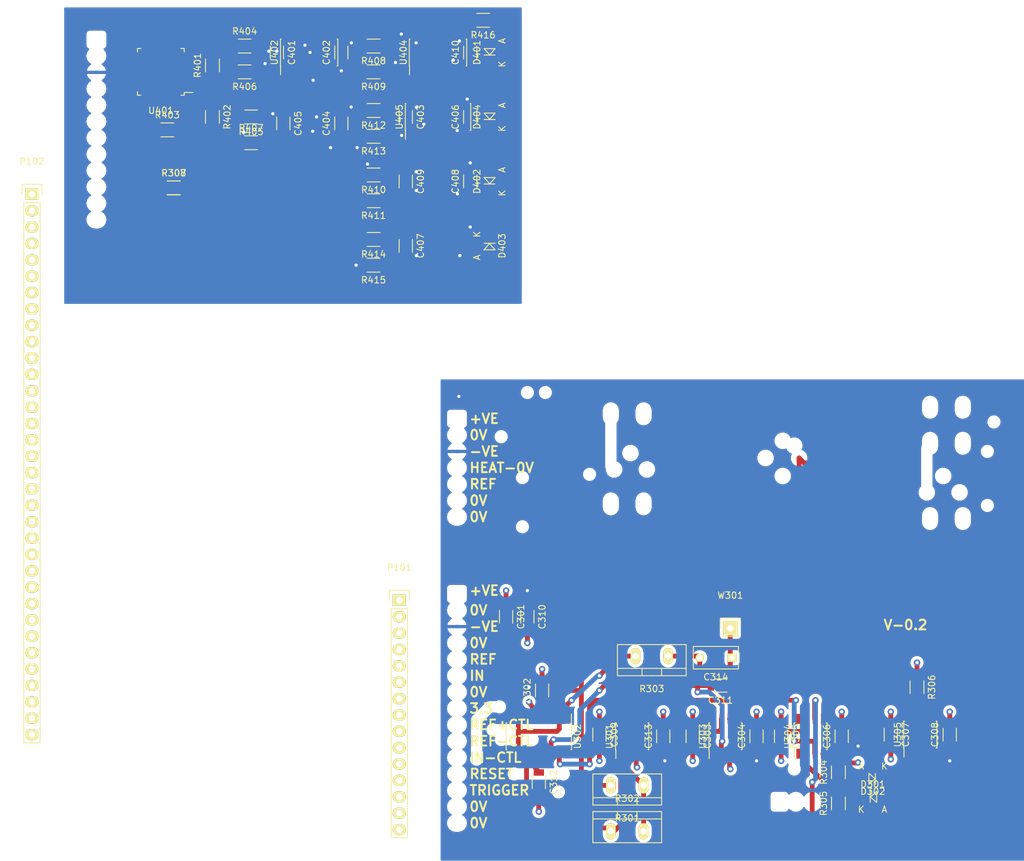
<source format=kicad_pcb>
(kicad_pcb (version 4) (host pcbnew 4.0.4+dfsg1-stable)
  (layers (0 F.Cu signal) (1 In1.Cu signal hide) (2 In2.Cu signal hide) (31 B.Cu signal hide) (35 F.Paste user) (37 F.SilkS user) (39 F.Mask user) (44 Edge.Cuts user))
  (net 0 "")
  (net 1 +VE)
  (net 2 -VE)
  (net 3 REF)
  (net 4 "Net-(C311-Pad1)")
  (net 5 "Net-(C311-Pad2)")
  (net 6 "Net-(D301-Pad2)")
  (net 7 "Net-(D301-Pad1)")
  (net 8 IN)
  (net 9 3.3V)
  (net 10 REF_PLUS_CTL)
  (net 11 REF_SUB_CTL)
  (net 12 IN_CTL)
  (net 13 RESET)
  (net 14 TRIGGER)
  (net 15 "Net-(R301-Pad1)")
  (net 16 "Net-(R302-Pad1)")
  (net 17 "Net-(R303-Pad2)")
  (net 18 AGND)
  (net 19 OUT)
  (net 20 "Net-(D401-Pad2)")
  (net 21 "Net-(D402-Pad2)")
  (net 22 "Net-(D403-Pad1)")
  (net 23 "Net-(D404-Pad1)")
  (net 24 I-FB)
  (net 25 V-FB)
  (net 26 "Net-(R404-Pad1)")
  (net 27 I-SET)
  (net 28 "Net-(R405-Pad1)")
  (net 29 V-SET)
  (net 30 "Net-(R406-Pad1)")
  (net 31 "Net-(R407-Pad1)")
  (net 32 "Net-(R408-Pad1)")
  (net 33 "Net-(R410-Pad1)")
  (net 34 "Net-(R412-Pad1)")
  (net 35 "Net-(R414-Pad1)")
  (net 36 "Net-(R401-Pad1)")
  (net 37 "Net-(R402-Pad1)")
  (net 38 "Net-(R403-Pad2)")
  (net 39 V-OUT-3)
  (net 40 V-OUT-4)
  (net 41 DAC_CS)
  (net 42 DAC_SLCK)
  (net 43 DAC_SDI)
  (net 44 DAC_SDO)
  (net 45 DAC_LDAC)
  (net 46 DAC_RST)
  (net 47 REF_IN1)
  (net 48 REF_IN2)
  (net 49 REF_IN3)
  (net 50 REF_IN4)
  (net 51 "Net-(R307-Pad1)")
  (net 52 "Net-(R416-Pad2)")
  (net 53 "Net-(U405-Pad3)")
  (net 54 "Net-(U405-Pad11)")
  (module Housings_SOIC:SOIC-16_3.9x9.9mm_Pitch1.27mm (layer F.Cu) (at 56.642 85.09 270)
    (fp_text reference U302 (at 0 -6 270) (layer F.SilkS))
    (fp_text value DG444)
    (pad 1 smd rect (at -2.7 -4.445 270) (size 1.5 0.6) (layers F.Cu F.Paste F.Mask) (net 10 REF_PLUS_CTL))
    (pad 2 smd rect (at -2.7 -3.175 270) (size 1.5 0.6) (layers F.Cu F.Paste F.Mask) (net 17 "Net-(R303-Pad2)"))
    (pad 3 smd rect (at -2.7 -1.905 270) (size 1.5 0.6) (layers F.Cu F.Paste F.Mask) (net 3 REF))
    (pad 4 smd rect (at -2.7 -0.635 270) (size 1.5 0.6) (layers F.Cu F.Paste F.Mask) (net 2 -VE))
    (pad 5 smd rect (at -2.7 0.635 270) (size 1.5 0.6) (layers F.Cu F.Paste F.Mask) (net 18 AGND))
    (pad 6 smd rect (at -2.7 1.905 270) (size 1.5 0.6) (layers F.Cu F.Paste F.Mask) (net 8 IN))
    (pad 7 smd rect (at -2.7 3.175 270) (size 1.5 0.6) (layers F.Cu F.Paste F.Mask) (net 17 "Net-(R303-Pad2)"))
    (pad 8 smd rect (at -2.7 4.445 270) (size 1.5 0.6) (layers F.Cu F.Paste F.Mask) (net 12 IN_CTL))
    (pad 9 smd rect (at 2.7 4.445 270) (size 1.5 0.6) (layers F.Cu F.Paste F.Mask) (net 11 REF_SUB_CTL))
    (pad 10 smd rect (at 2.7 3.175 270) (size 1.5 0.6) (layers F.Cu F.Paste F.Mask) (net 17 "Net-(R303-Pad2)"))
    (pad 11 smd rect (at 2.7 1.905 270) (size 1.5 0.6) (layers F.Cu F.Paste F.Mask) (net 16 "Net-(R302-Pad1)"))
    (pad 12 smd rect (at 2.7 0.635 270) (size 1.5 0.6) (layers F.Cu F.Paste F.Mask) (net 1 +VE))
    (pad 13 smd rect (at 2.7 -0.635 270) (size 1.5 0.6) (layers F.Cu F.Paste F.Mask) (net 9 3.3V))
    (pad 14 smd rect (at 2.7 -1.905 270) (size 1.5 0.6) (layers F.Cu F.Paste F.Mask) (net 5 "Net-(C311-Pad2)"))
    (pad 15 smd rect (at 2.7 -3.175 270) (size 1.5 0.6) (layers F.Cu F.Paste F.Mask) (net 4 "Net-(C311-Pad1)"))
    (pad 16 smd rect (at 2.7 -4.445 270) (size 1.5 0.6) (layers F.Cu F.Paste F.Mask) (net 13 RESET))
  )
  (module Capacitors_SMD:C_1206 (layer F.Cu) (at 51.562 66.548 270)
    (fp_text reference C301 (at 0 -2.3 270) (layer F.SilkS))
    (fp_text value C)
    (pad 1 smd rect (at -1.5 0 270) (size 1 1.6) (layers F.Cu F.Paste F.Mask) (net 1 +VE))
    (pad 2 smd rect (at 1.5 0 270) (size 1 1.6) (layers F.Cu F.Paste F.Mask) (net 18 AGND))
  )
  (module Capacitors_SMD:C_1206 (layer F.Cu) (at 57.15 77.978 90)
    (fp_text reference C302 (at 0 -2.3 90) (layer F.SilkS))
    (fp_text value C)
    (pad 1 smd rect (at -1.5 0 90) (size 1 1.6) (layers F.Cu F.Paste F.Mask) (net 2 -VE))
    (pad 2 smd rect (at 1.5 0 90) (size 1 1.6) (layers F.Cu F.Paste F.Mask) (net 18 AGND))
  )
  (module Capacitors_SMD:C_1206 (layer F.Cu) (at 80.518 85.09 270)
    (fp_text reference C303 (at 0 -2.3 270) (layer F.SilkS))
    (fp_text value C)
    (pad 1 smd rect (at -1.5 0 270) (size 1 1.6) (layers F.Cu F.Paste F.Mask) (net 1 +VE))
    (pad 2 smd rect (at 1.5 0 270) (size 1 1.6) (layers F.Cu F.Paste F.Mask) (net 18 AGND))
  )
  (module Capacitors_SMD:C_1206 (layer F.Cu) (at 90.424 85.09 90)
    (fp_text reference C304 (at 0 -2.3 90) (layer F.SilkS))
    (fp_text value C)
    (pad 1 smd rect (at -1.5 0 90) (size 1 1.6) (layers F.Cu F.Paste F.Mask) (net 2 -VE))
    (pad 2 smd rect (at 1.5 0 90) (size 1 1.6) (layers F.Cu F.Paste F.Mask) (net 18 AGND))
  )
  (module Capacitors_SMD:C_1206 (layer F.Cu) (at 94.234 85.09 270)
    (fp_text reference C305 (at 0 -2.3 270) (layer F.SilkS))
    (fp_text value C)
    (pad 1 smd rect (at -1.5 0 270) (size 1 1.6) (layers F.Cu F.Paste F.Mask) (net 1 +VE))
    (pad 2 smd rect (at 1.5 0 270) (size 1 1.6) (layers F.Cu F.Paste F.Mask) (net 18 AGND))
  )
  (module Capacitors_SMD:C_1206 (layer F.Cu) (at 103.632 85.09 90)
    (fp_text reference C306 (at 0 -2.3 90) (layer F.SilkS))
    (fp_text value C)
    (pad 1 smd rect (at -1.5 0 90) (size 1 1.6) (layers F.Cu F.Paste F.Mask) (net 2 -VE))
    (pad 2 smd rect (at 1.5 0 90) (size 1 1.6) (layers F.Cu F.Paste F.Mask) (net 18 AGND))
  )
  (module Capacitors_SMD:C_1206 (layer F.Cu) (at 111.252 84.836 270)
    (fp_text reference C307 (at 0 -2.3 270) (layer F.SilkS))
    (fp_text value C)
    (pad 1 smd rect (at -1.5 0 270) (size 1 1.6) (layers F.Cu F.Paste F.Mask) (net 1 +VE))
    (pad 2 smd rect (at 1.5 0 270) (size 1 1.6) (layers F.Cu F.Paste F.Mask) (net 18 AGND))
  )
  (module Capacitors_SMD:C_1206 (layer F.Cu) (at 120.396 84.836 90)
    (fp_text reference C308 (at 0 -2.3 90) (layer F.SilkS))
    (fp_text value C)
    (pad 1 smd rect (at -1.5 0 90) (size 1 1.6) (layers F.Cu F.Paste F.Mask) (net 2 -VE))
    (pad 2 smd rect (at 1.5 0 90) (size 1 1.6) (layers F.Cu F.Paste F.Mask) (net 18 AGND))
  )
  (module Capacitors_SMD:C_1206 (layer F.Cu) (at 66.04 84.836 270)
    (fp_text reference C309 (at 0 -2.3 270) (layer F.SilkS))
    (fp_text value C)
    (pad 1 smd rect (at -1.5 0 270) (size 1 1.6) (layers F.Cu F.Paste F.Mask) (net 1 +VE))
    (pad 2 smd rect (at 1.5 0 270) (size 1 1.6) (layers F.Cu F.Paste F.Mask) (net 18 AGND))
  )
  (module Capacitors_SMD:C_1206 (layer F.Cu) (at 54.864 66.548 270)
    (fp_text reference C310 (at 0 -2.3 270) (layer F.SilkS))
    (fp_text value C)
    (pad 1 smd rect (at -1.5 0 270) (size 1 1.6) (layers F.Cu F.Paste F.Mask) (net 2 -VE))
    (pad 2 smd rect (at 1.5 0 270) (size 1 1.6) (layers F.Cu F.Paste F.Mask) (net 18 AGND))
  )
  (module Capacitors_SMD:C_1206 (layer F.Cu) (at 84.836 77.216 180)
    (fp_text reference C311 (at 0 -2.3 180) (layer F.SilkS))
    (fp_text value C)
    (pad 1 smd rect (at -1.5 0 180) (size 1 1.6) (layers F.Cu F.Paste F.Mask) (net 4 "Net-(C311-Pad1)"))
    (pad 2 smd rect (at 1.5 0 180) (size 1 1.6) (layers F.Cu F.Paste F.Mask) (net 5 "Net-(C311-Pad2)"))
  )
  (module Capacitors_SMD:C_1206 (layer F.Cu) (at 56.642 92.202 270)
    (fp_text reference C312 (at 0 -2.3 270) (layer F.SilkS))
    (fp_text value C)
    (pad 1 smd rect (at -1.5 0 270) (size 1 1.6) (layers F.Cu F.Paste F.Mask) (net 1 +VE))
    (pad 2 smd rect (at 1.5 0 270) (size 1 1.6) (layers F.Cu F.Paste F.Mask) (net 18 AGND))
  )
  (module Capacitors_SMD:C_1206 (layer F.Cu) (at 75.946 85.09 90)
    (fp_text reference C313 (at 0 -2.3 90) (layer F.SilkS))
    (fp_text value C)
    (pad 1 smd rect (at -1.5 0 90) (size 1 1.6) (layers F.Cu F.Paste F.Mask) (net 2 -VE))
    (pad 2 smd rect (at 1.5 0 90) (size 1 1.6) (layers F.Cu F.Paste F.Mask) (net 18 AGND))
  )
  (module Resistors_ThroughHole:Resistor_TO-220_Vertical (layer F.Cu) (at 70.358 92.71 180)
    (fp_text reference R301 (at 0 -5.08 180) (layer F.SilkS))
    (fp_text value R)
    (pad 1 thru_hole oval (at -2.54 0 270) (size 2.49936 1.50114) (drill 1.00076) (layers *.Cu *.Mask F.SilkS) (net 15 "Net-(R301-Pad1)"))
    (pad 2 thru_hole oval (at 2.54 0 270) (size 2.49936 1.50114) (drill 1.00076) (layers *.Cu *.Mask F.SilkS) (net 3 REF))
  )
  (module Resistors_ThroughHole:Resistor_TO-220_Vertical (layer F.Cu) (at 70.358 99.822)
    (fp_text reference R302 (at 0 -5.08) (layer F.SilkS))
    (fp_text value R)
    (pad 1 thru_hole oval (at -2.54 0 90) (size 2.49936 1.50114) (drill 1.00076) (layers *.Cu *.Mask F.SilkS) (net 16 "Net-(R302-Pad1)"))
    (pad 2 thru_hole oval (at 2.54 0 90) (size 2.49936 1.50114) (drill 1.00076) (layers *.Cu *.Mask F.SilkS) (net 15 "Net-(R301-Pad1)"))
  )
  (module Resistors_ThroughHole:Resistor_TO-220_Vertical (layer F.Cu) (at 74.168 72.644 180)
    (fp_text reference R303 (at 0 -5.08 180) (layer F.SilkS))
    (fp_text value R)
    (pad 1 thru_hole oval (at -2.54 0 270) (size 2.49936 1.50114) (drill 1.00076) (layers *.Cu *.Mask F.SilkS) (net 5 "Net-(C311-Pad2)"))
    (pad 2 thru_hole oval (at 2.54 0 270) (size 2.49936 1.50114) (drill 1.00076) (layers *.Cu *.Mask F.SilkS) (net 17 "Net-(R303-Pad2)"))
  )
  (module Resistors_SMD:R_1206 (layer F.Cu) (at 103.124 90.678 90)
    (fp_text reference R304 (at 0 -2.3 90) (layer F.SilkS))
    (fp_text value 1k)
    (pad 1 smd rect (at -1.45 0 90) (size 0.9 1.7) (layers F.Cu F.Paste F.Mask) (net 7 "Net-(D301-Pad1)"))
    (pad 2 smd rect (at 1.45 0 90) (size 0.9 1.7) (layers F.Cu F.Paste F.Mask) (net 18 AGND))
  )
  (module Resistors_SMD:R_1206 (layer F.Cu) (at 103.124 95.504 90)
    (fp_text reference R305 (at 0 -2.3 90) (layer F.SilkS))
    (fp_text value 10k)
    (pad 1 smd rect (at -1.45 0 90) (size 0.9 1.7) (layers F.Cu F.Paste F.Mask) (net 6 "Net-(D301-Pad2)"))
    (pad 2 smd rect (at 1.45 0 90) (size 0.9 1.7) (layers F.Cu F.Paste F.Mask) (net 7 "Net-(D301-Pad1)"))
  )
  (module Resistors_SMD:R_1206 (layer F.Cu) (at 115.316 77.47 270)
    (fp_text reference R306 (at 0 -2.3 270) (layer F.SilkS))
    (fp_text value 5k)
    (pad 1 smd rect (at -1.45 0 270) (size 0.9 1.7) (layers F.Cu F.Paste F.Mask) (net 1 +VE))
    (pad 2 smd rect (at 1.45 0 270) (size 0.9 1.7) (layers F.Cu F.Paste F.Mask) (net 14 TRIGGER))
  )
  (module Housings_SOIC:SOIC-8_3.9x4.9mm_Pitch1.27mm (layer F.Cu) (at 71.12 85.09 90)
    (fp_text reference U301 (at 0 -3.5 90) (layer F.SilkS))
    (fp_text value LM741)
    (pad 1 smd rect (at -2.7 -1.905 90) (size 1.55 0.6) (layers F.Cu F.Paste F.Mask))
    (pad 2 smd rect (at -2.7 -0.635 90) (size 1.55 0.6) (layers F.Cu F.Paste F.Mask) (net 15 "Net-(R301-Pad1)"))
    (pad 3 smd rect (at -2.7 0.635 90) (size 1.55 0.6) (layers F.Cu F.Paste F.Mask) (net 18 AGND))
    (pad 4 smd rect (at -2.7 1.905 90) (size 1.55 0.6) (layers F.Cu F.Paste F.Mask) (net 2 -VE))
    (pad 5 smd rect (at 2.7 1.905 90) (size 1.55 0.6) (layers F.Cu F.Paste F.Mask))
    (pad 6 smd rect (at 2.7 0.635 90) (size 1.55 0.6) (layers F.Cu F.Paste F.Mask) (net 16 "Net-(R302-Pad1)"))
    (pad 7 smd rect (at 2.7 -0.635 90) (size 1.55 0.6) (layers F.Cu F.Paste F.Mask) (net 1 +VE))
    (pad 8 smd rect (at 2.7 -1.905 90) (size 1.55 0.6) (layers F.Cu F.Paste F.Mask))
  )
  (module Housings_SOIC:SOIC-8_3.9x4.9mm_Pitch1.27mm (layer F.Cu) (at 85.598 85.09 90)
    (fp_text reference U303 (at 0 -3.5 90) (layer F.SilkS))
    (fp_text value LM741)
    (pad 1 smd rect (at -2.7 -1.905 90) (size 1.55 0.6) (layers F.Cu F.Paste F.Mask))
    (pad 2 smd rect (at -2.7 -0.635 90) (size 1.55 0.6) (layers F.Cu F.Paste F.Mask) (net 5 "Net-(C311-Pad2)"))
    (pad 3 smd rect (at -2.7 0.635 90) (size 1.55 0.6) (layers F.Cu F.Paste F.Mask) (net 18 AGND))
    (pad 4 smd rect (at -2.7 1.905 90) (size 1.55 0.6) (layers F.Cu F.Paste F.Mask) (net 2 -VE))
    (pad 5 smd rect (at 2.7 1.905 90) (size 1.55 0.6) (layers F.Cu F.Paste F.Mask))
    (pad 6 smd rect (at 2.7 0.635 90) (size 1.55 0.6) (layers F.Cu F.Paste F.Mask) (net 4 "Net-(C311-Pad1)"))
    (pad 7 smd rect (at 2.7 -0.635 90) (size 1.55 0.6) (layers F.Cu F.Paste F.Mask) (net 1 +VE))
    (pad 8 smd rect (at 2.7 -1.905 90) (size 1.55 0.6) (layers F.Cu F.Paste F.Mask))
  )
  (module Housings_SOIC:SOIC-8_3.9x4.9mm_Pitch1.27mm (layer F.Cu) (at 98.806 85.09 90)
    (fp_text reference U304 (at 0 -3.5 90) (layer F.SilkS))
    (fp_text value LM741)
    (pad 1 smd rect (at -2.7 -1.905 90) (size 1.55 0.6) (layers F.Cu F.Paste F.Mask))
    (pad 2 smd rect (at -2.7 -0.635 90) (size 1.55 0.6) (layers F.Cu F.Paste F.Mask) (net 7 "Net-(D301-Pad1)"))
    (pad 3 smd rect (at -2.7 0.635 90) (size 1.55 0.6) (layers F.Cu F.Paste F.Mask) (net 4 "Net-(C311-Pad1)"))
    (pad 4 smd rect (at -2.7 1.905 90) (size 1.55 0.6) (layers F.Cu F.Paste F.Mask) (net 2 -VE))
    (pad 5 smd rect (at 2.7 1.905 90) (size 1.55 0.6) (layers F.Cu F.Paste F.Mask))
    (pad 6 smd rect (at 2.7 0.635 90) (size 1.55 0.6) (layers F.Cu F.Paste F.Mask) (net 6 "Net-(D301-Pad2)"))
    (pad 7 smd rect (at 2.7 -0.635 90) (size 1.55 0.6) (layers F.Cu F.Paste F.Mask) (net 1 +VE))
    (pad 8 smd rect (at 2.7 -1.905 90) (size 1.55 0.6) (layers F.Cu F.Paste F.Mask))
  )
  (module Housings_SOIC:SOIC-8_3.9x4.9mm_Pitch1.27mm (layer F.Cu) (at 115.824 84.836 90)
    (fp_text reference U305 (at 0 -3.5 90) (layer F.SilkS))
    (fp_text value LM311N)
    (pad 1 smd rect (at -2.7 -1.905 90) (size 1.55 0.6) (layers F.Cu F.Paste F.Mask) (net 18 AGND))
    (pad 2 smd rect (at -2.7 -0.635 90) (size 1.55 0.6) (layers F.Cu F.Paste F.Mask) (net 51 "Net-(R307-Pad1)"))
    (pad 3 smd rect (at -2.7 0.635 90) (size 1.55 0.6) (layers F.Cu F.Paste F.Mask) (net 18 AGND))
    (pad 4 smd rect (at -2.7 1.905 90) (size 1.55 0.6) (layers F.Cu F.Paste F.Mask) (net 2 -VE))
    (pad 5 smd rect (at 2.7 1.905 90) (size 1.55 0.6) (layers F.Cu F.Paste F.Mask))
    (pad 6 smd rect (at 2.7 0.635 90) (size 1.55 0.6) (layers F.Cu F.Paste F.Mask))
    (pad 7 smd rect (at 2.7 -0.635 90) (size 1.55 0.6) (layers F.Cu F.Paste F.Mask) (net 14 TRIGGER))
    (pad 8 smd rect (at 2.7 -1.905 90) (size 1.55 0.6) (layers F.Cu F.Paste F.Mask) (net 1 +VE))
  )
  (module Pin_Headers:Pin_Header_Straight_1x01 (layer F.Cu) (at 86.36 68.326)
    (fp_text reference W301 (at 0 -5.1) (layer F.SilkS))
    (fp_text value TEST_1P)
    (pad 1 thru_hole rect (at 0 0) (size 2.2352 2.2352) (drill 1.016) (layers *.Cu *.Mask F.SilkS) (net 4 "Net-(C311-Pad1)"))
  )
  (module Capacitors_ThroughHole:C_Rect_L7_W3.5_P5 (layer F.Cu) (at 86.614 72.898 180)
    (fp_text reference C314 (at 2.5 -3 180) (layer F.SilkS))
    (fp_text value C)
    (pad 1 thru_hole rect (at 0 0 180) (size 1.3 1.3) (drill 0.8) (layers *.Cu *.Mask F.SilkS) (net 4 "Net-(C311-Pad1)"))
    (pad 2 thru_hole circle (at 5 0 180) (size 1.3 1.3) (drill 0.8) (layers *.Cu *.Mask F.SilkS) (net 5 "Net-(C311-Pad2)"))
  )
  (module Diodes_SMD:MiniMELF_Standard (layer F.Cu) (at 108.458 94.488)
    (fp_text reference D301 (at 0 -1.95) (layer F.SilkS))
    (fp_text value 1N4148)
    (fp_text user K (at -1.8 1.95) (layer F.SilkS))
    (fp_text user A (at 1.8 1.95) (layer F.SilkS))
    (pad 1 smd rect (at -1.75006 0) (size 1.30048 1.69926) (layers F.Cu F.Paste F.Mask) (net 7 "Net-(D301-Pad1)"))
    (pad 2 smd rect (at 1.75006 0) (size 1.30048 1.69926) (layers F.Cu F.Paste F.Mask) (net 6 "Net-(D301-Pad2)"))
  )
  (module Diodes_SMD:MiniMELF_Standard (layer F.Cu) (at 108.458 91.694 180)
    (fp_text reference D302 (at 0 -1.95 180) (layer F.SilkS))
    (fp_text value 1N4148)
    (fp_text user K (at -1.8 1.95 180) (layer F.SilkS))
    (fp_text user A (at 1.8 1.95 180) (layer F.SilkS))
    (pad 1 smd rect (at -1.75006 0 180) (size 1.30048 1.69926) (layers F.Cu F.Paste F.Mask) (net 6 "Net-(D301-Pad2)"))
    (pad 2 smd rect (at 1.75006 0 180) (size 1.30048 1.69926) (layers F.Cu F.Paste F.Mask) (net 7 "Net-(D301-Pad1)"))
  )
  (module Capacitors_SMD:C_1206 (layer F.Cu) (at 16 -21 270)
    (fp_text reference C401 (at 0 -2.3 270) (layer F.SilkS))
    (fp_text value C)
    (pad 1 smd rect (at -1.5 0 270) (size 1 1.6) (layers F.Cu F.Paste F.Mask) (net 1 +VE))
    (pad 2 smd rect (at 1.5 0 270) (size 1 1.6) (layers F.Cu F.Paste F.Mask) (net 18 AGND))
  )
  (module Capacitors_SMD:C_1206 (layer F.Cu) (at 26 -21 90)
    (fp_text reference C402 (at 0 -2.3 90) (layer F.SilkS))
    (fp_text value C)
    (pad 1 smd rect (at -1.5 0 90) (size 1 1.6) (layers F.Cu F.Paste F.Mask) (net 2 -VE))
    (pad 2 smd rect (at 1.5 0 90) (size 1 1.6) (layers F.Cu F.Paste F.Mask) (net 18 AGND))
  )
  (module Capacitors_SMD:C_1206 (layer F.Cu) (at 36 -11 270)
    (fp_text reference C403 (at 0 -2.3 270) (layer F.SilkS))
    (fp_text value C)
    (pad 1 smd rect (at -1.5 0 270) (size 1 1.6) (layers F.Cu F.Paste F.Mask) (net 1 +VE))
    (pad 2 smd rect (at 1.5 0 270) (size 1 1.6) (layers F.Cu F.Paste F.Mask) (net 18 AGND))
  )
  (module Capacitors_SMD:C_1206 (layer F.Cu) (at 26 -10 90)
    (fp_text reference C404 (at 0 -2.3 90) (layer F.SilkS))
    (fp_text value C)
    (pad 1 smd rect (at -1.5 0 90) (size 1 1.6) (layers F.Cu F.Paste F.Mask) (net 2 -VE))
    (pad 2 smd rect (at 1.5 0 90) (size 1 1.6) (layers F.Cu F.Paste F.Mask) (net 18 AGND))
  )
  (module Capacitors_SMD:C_1206 (layer F.Cu) (at 17 -10 270)
    (fp_text reference C405 (at 0 -2.3 270) (layer F.SilkS))
    (fp_text value C)
    (pad 1 smd rect (at -1.5 0 270) (size 1 1.6) (layers F.Cu F.Paste F.Mask) (net 1 +VE))
    (pad 2 smd rect (at 1.5 0 270) (size 1 1.6) (layers F.Cu F.Paste F.Mask) (net 18 AGND))
  )
  (module Capacitors_SMD:C_1206 (layer F.Cu) (at 46 -11 90)
    (fp_text reference C406 (at 0 -2.3 90) (layer F.SilkS))
    (fp_text value C)
    (pad 1 smd rect (at -1.5 0 90) (size 1 1.6) (layers F.Cu F.Paste F.Mask) (net 2 -VE))
    (pad 2 smd rect (at 1.5 0 90) (size 1 1.6) (layers F.Cu F.Paste F.Mask) (net 18 AGND))
  )
  (module Capacitors_SMD:C_1206 (layer F.Cu) (at 36 9 270)
    (fp_text reference C407 (at 0 -2.3 270) (layer F.SilkS))
    (fp_text value C)
    (pad 1 smd rect (at -1.5 0 270) (size 1 1.6) (layers F.Cu F.Paste F.Mask) (net 1 +VE))
    (pad 2 smd rect (at 1.5 0 270) (size 1 1.6) (layers F.Cu F.Paste F.Mask) (net 18 AGND))
  )
  (module Capacitors_SMD:C_1206 (layer F.Cu) (at 46 -1 90)
    (fp_text reference C408 (at 0 -2.3 90) (layer F.SilkS))
    (fp_text value C)
    (pad 1 smd rect (at -1.5 0 90) (size 1 1.6) (layers F.Cu F.Paste F.Mask) (net 2 -VE))
    (pad 2 smd rect (at 1.5 0 90) (size 1 1.6) (layers F.Cu F.Paste F.Mask) (net 18 AGND))
  )
  (module Capacitors_SMD:C_1206 (layer F.Cu) (at 36 -1 270)
    (fp_text reference C409 (at 0 -2.3 270) (layer F.SilkS))
    (fp_text value C)
    (pad 1 smd rect (at -1.5 0 270) (size 1 1.6) (layers F.Cu F.Paste F.Mask) (net 1 +VE))
    (pad 2 smd rect (at 1.5 0 270) (size 1 1.6) (layers F.Cu F.Paste F.Mask) (net 18 AGND))
  )
  (module Capacitors_SMD:C_1206 (layer F.Cu) (at 46 -21 90)
    (fp_text reference C410 (at 0 -2.3 90) (layer F.SilkS))
    (fp_text value C)
    (pad 1 smd rect (at -1.5 0 90) (size 1 1.6) (layers F.Cu F.Paste F.Mask) (net 2 -VE))
    (pad 2 smd rect (at 1.5 0 90) (size 1 1.6) (layers F.Cu F.Paste F.Mask) (net 18 AGND))
  )
  (module Diodes_SMD:MiniMELF_Standard (layer F.Cu) (at 49 -21 90)
    (fp_text reference D401 (at 0 -1.95 90) (layer F.SilkS))
    (fp_text value 1N4148)
    (fp_text user K (at -1.8 1.95 90) (layer F.SilkS))
    (fp_text user A (at 1.8 1.95 90) (layer F.SilkS))
    (pad 1 smd rect (at -1.75006 0 90) (size 1.30048 1.69926) (layers F.Cu F.Paste F.Mask) (net 19 OUT))
    (pad 2 smd rect (at 1.75006 0 90) (size 1.30048 1.69926) (layers F.Cu F.Paste F.Mask) (net 20 "Net-(D401-Pad2)"))
  )
  (module Diodes_SMD:MiniMELF_Standard (layer F.Cu) (at 49 -1 90)
    (fp_text reference D402 (at 0 -1.95 90) (layer F.SilkS))
    (fp_text value 1N4148)
    (fp_text user K (at -1.8 1.95 90) (layer F.SilkS))
    (fp_text user A (at 1.8 1.95 90) (layer F.SilkS))
    (pad 1 smd rect (at -1.75006 0 90) (size 1.30048 1.69926) (layers F.Cu F.Paste F.Mask) (net 19 OUT))
    (pad 2 smd rect (at 1.75006 0 90) (size 1.30048 1.69926) (layers F.Cu F.Paste F.Mask) (net 21 "Net-(D402-Pad2)"))
  )
  (module Diodes_SMD:MiniMELF_Standard (layer F.Cu) (at 49 9 270)
    (fp_text reference D403 (at 0 -1.95 270) (layer F.SilkS))
    (fp_text value 1N4148)
    (fp_text user K (at -1.8 1.95 270) (layer F.SilkS))
    (fp_text user A (at 1.8 1.95 270) (layer F.SilkS))
    (pad 1 smd rect (at -1.75006 0 270) (size 1.30048 1.69926) (layers F.Cu F.Paste F.Mask) (net 22 "Net-(D403-Pad1)"))
    (pad 2 smd rect (at 1.75006 0 270) (size 1.30048 1.69926) (layers F.Cu F.Paste F.Mask) (net 19 OUT))
  )
  (module Diodes_SMD:MiniMELF_Standard (layer F.Cu) (at 49 -11 90)
    (fp_text reference D404 (at 0 -1.95 90) (layer F.SilkS))
    (fp_text value 1N4148)
    (fp_text user K (at -1.8 1.95 90) (layer F.SilkS))
    (fp_text user A (at 1.8 1.95 90) (layer F.SilkS))
    (pad 1 smd rect (at -1.75006 0 90) (size 1.30048 1.69926) (layers F.Cu F.Paste F.Mask) (net 23 "Net-(D404-Pad1)"))
    (pad 2 smd rect (at 1.75006 0 90) (size 1.30048 1.69926) (layers F.Cu F.Paste F.Mask) (net 19 OUT))
  )
  (module Resistors_SMD:R_1206 (layer F.Cu) (at 11 -22)
    (fp_text reference R404 (at 0 -2.3) (layer F.SilkS))
    (fp_text value R)
    (pad 1 smd rect (at -1.45 0) (size 0.9 1.7) (layers F.Cu F.Paste F.Mask) (net 26 "Net-(R404-Pad1)"))
    (pad 2 smd rect (at 1.45 0) (size 0.9 1.7) (layers F.Cu F.Paste F.Mask) (net 27 I-SET))
  )
  (module Resistors_SMD:R_1206 (layer F.Cu) (at 12 -11 180)
    (fp_text reference R405 (at 0 -2.3 180) (layer F.SilkS))
    (fp_text value R)
    (pad 1 smd rect (at -1.45 0 180) (size 0.9 1.7) (layers F.Cu F.Paste F.Mask) (net 28 "Net-(R405-Pad1)"))
    (pad 2 smd rect (at 1.45 0 180) (size 0.9 1.7) (layers F.Cu F.Paste F.Mask) (net 29 V-SET))
  )
  (module Resistors_SMD:R_1206 (layer F.Cu) (at 11 -18 180)
    (fp_text reference R406 (at 0 -2.3 180) (layer F.SilkS))
    (fp_text value R)
    (pad 1 smd rect (at -1.45 0 180) (size 0.9 1.7) (layers F.Cu F.Paste F.Mask) (net 30 "Net-(R406-Pad1)"))
    (pad 2 smd rect (at 1.45 0 180) (size 0.9 1.7) (layers F.Cu F.Paste F.Mask) (net 26 "Net-(R404-Pad1)"))
  )
  (module Resistors_SMD:R_1206 (layer F.Cu) (at 12 -7)
    (fp_text reference R407 (at 0 -2.3) (layer F.SilkS))
    (fp_text value R)
    (pad 1 smd rect (at -1.45 0) (size 0.9 1.7) (layers F.Cu F.Paste F.Mask) (net 31 "Net-(R407-Pad1)"))
    (pad 2 smd rect (at 1.45 0) (size 0.9 1.7) (layers F.Cu F.Paste F.Mask) (net 28 "Net-(R405-Pad1)"))
  )
  (module Resistors_SMD:R_1206 (layer F.Cu) (at 31 -22 180)
    (fp_text reference R408 (at 0 -2.3 180) (layer F.SilkS))
    (fp_text value R)
    (pad 1 smd rect (at -1.45 0 180) (size 0.9 1.7) (layers F.Cu F.Paste F.Mask) (net 32 "Net-(R408-Pad1)"))
    (pad 2 smd rect (at 1.45 0 180) (size 0.9 1.7) (layers F.Cu F.Paste F.Mask) (net 24 I-FB))
  )
  (module Resistors_SMD:R_1206 (layer F.Cu) (at 31 -18 180)
    (fp_text reference R409 (at 0 -2.3 180) (layer F.SilkS))
    (fp_text value R)
    (pad 1 smd rect (at -1.45 0 180) (size 0.9 1.7) (layers F.Cu F.Paste F.Mask) (net 32 "Net-(R408-Pad1)"))
    (pad 2 smd rect (at 1.45 0 180) (size 0.9 1.7) (layers F.Cu F.Paste F.Mask) (net 27 I-SET))
  )
  (module Resistors_SMD:R_1206 (layer F.Cu) (at 31 -2 180)
    (fp_text reference R410 (at 0 -2.3 180) (layer F.SilkS))
    (fp_text value R)
    (pad 1 smd rect (at -1.45 0 180) (size 0.9 1.7) (layers F.Cu F.Paste F.Mask) (net 33 "Net-(R410-Pad1)"))
    (pad 2 smd rect (at 1.45 0 180) (size 0.9 1.7) (layers F.Cu F.Paste F.Mask) (net 25 V-FB))
  )
  (module Resistors_SMD:R_1206 (layer F.Cu) (at 31 2 180)
    (fp_text reference R411 (at 0 -2.3 180) (layer F.SilkS))
    (fp_text value R)
    (pad 1 smd rect (at -1.45 0 180) (size 0.9 1.7) (layers F.Cu F.Paste F.Mask) (net 33 "Net-(R410-Pad1)"))
    (pad 2 smd rect (at 1.45 0 180) (size 0.9 1.7) (layers F.Cu F.Paste F.Mask) (net 29 V-SET))
  )
  (module Resistors_SMD:R_1206 (layer F.Cu) (at 31 -12 180)
    (fp_text reference R412 (at 0 -2.3 180) (layer F.SilkS))
    (fp_text value R)
    (pad 1 smd rect (at -1.45 0 180) (size 0.9 1.7) (layers F.Cu F.Paste F.Mask) (net 34 "Net-(R412-Pad1)"))
    (pad 2 smd rect (at 1.45 0 180) (size 0.9 1.7) (layers F.Cu F.Paste F.Mask) (net 30 "Net-(R406-Pad1)"))
  )
  (module Resistors_SMD:R_1206 (layer F.Cu) (at 31 -8 180)
    (fp_text reference R413 (at 0 -2.3 180) (layer F.SilkS))
    (fp_text value R)
    (pad 1 smd rect (at -1.45 0 180) (size 0.9 1.7) (layers F.Cu F.Paste F.Mask) (net 34 "Net-(R412-Pad1)"))
    (pad 2 smd rect (at 1.45 0 180) (size 0.9 1.7) (layers F.Cu F.Paste F.Mask) (net 24 I-FB))
  )
  (module Resistors_SMD:R_1206 (layer F.Cu) (at 31 8 180)
    (fp_text reference R414 (at 0 -2.3 180) (layer F.SilkS))
    (fp_text value R)
    (pad 1 smd rect (at -1.45 0 180) (size 0.9 1.7) (layers F.Cu F.Paste F.Mask) (net 35 "Net-(R414-Pad1)"))
    (pad 2 smd rect (at 1.45 0 180) (size 0.9 1.7) (layers F.Cu F.Paste F.Mask) (net 25 V-FB))
  )
  (module Resistors_SMD:R_1206 (layer F.Cu) (at 31 12 180)
    (fp_text reference R415 (at 0 -2.3 180) (layer F.SilkS))
    (fp_text value R)
    (pad 1 smd rect (at -1.45 0 180) (size 0.9 1.7) (layers F.Cu F.Paste F.Mask) (net 35 "Net-(R414-Pad1)"))
    (pad 2 smd rect (at 1.45 0 180) (size 0.9 1.7) (layers F.Cu F.Paste F.Mask) (net 31 "Net-(R407-Pad1)"))
  )
  (module Resistors_SMD:R_1206 (layer F.Cu) (at 48 -26 180)
    (fp_text reference R416 (at 0 -2.3 180) (layer F.SilkS))
    (fp_text value R)
    (pad 1 smd rect (at -1.45 0 180) (size 0.9 1.7) (layers F.Cu F.Paste F.Mask) (net 19 OUT))
    (pad 2 smd rect (at 1.45 0 180) (size 0.9 1.7) (layers F.Cu F.Paste F.Mask) (net 52 "Net-(R416-Pad2)"))
  )
  (module Resistors_SMD:R_1206 (layer F.Cu) (at 6 -19 90)
    (fp_text reference R401 (at 0 -2.3 90) (layer F.SilkS))
    (fp_text value R)
    (pad 1 smd rect (at -1.45 0 90) (size 0.9 1.7) (layers F.Cu F.Paste F.Mask) (net 36 "Net-(R401-Pad1)"))
    (pad 2 smd rect (at 1.45 0 90) (size 0.9 1.7) (layers F.Cu F.Paste F.Mask) (net 9 3.3V))
  )
  (module Resistors_SMD:R_1206 (layer F.Cu) (at 6 -11 270)
    (fp_text reference R402 (at 0 -2.3 270) (layer F.SilkS))
    (fp_text value R)
    (pad 1 smd rect (at -1.45 0 270) (size 0.9 1.7) (layers F.Cu F.Paste F.Mask) (net 37 "Net-(R402-Pad1)"))
    (pad 2 smd rect (at 1.45 0 270) (size 0.9 1.7) (layers F.Cu F.Paste F.Mask) (net 9 3.3V))
  )
  (module Resistors_SMD:R_1206 (layer F.Cu) (at -1 -9)
    (fp_text reference R403 (at 0 -2.3) (layer F.SilkS))
    (fp_text value R)
    (pad 1 smd rect (at -1.45 0) (size 0.9 1.7) (layers F.Cu F.Paste F.Mask) (net 18 AGND))
    (pad 2 smd rect (at 1.45 0) (size 0.9 1.7) (layers F.Cu F.Paste F.Mask) (net 38 "Net-(R403-Pad2)"))
  )
  (module Housings_QFP:TQFP-48_7x7mm_Pitch0.5mm (layer F.Cu) (at -2 -18 180)
    (fp_text reference U401 (at 0 -6 180) (layer F.SilkS))
    (fp_text value DAC8734)
    (pad 1 smd rect (at -4.35 -2.75 180) (size 1.3 0.25) (layers F.Cu F.Paste F.Mask))
    (pad 2 smd rect (at -4.35 -2.25 180) (size 1.3 0.25) (layers F.Cu F.Paste F.Mask) (net 41 DAC_CS))
    (pad 3 smd rect (at -4.35 -1.75 180) (size 1.3 0.25) (layers F.Cu F.Paste F.Mask) (net 42 DAC_SLCK))
    (pad 4 smd rect (at -4.35 -1.25 180) (size 1.3 0.25) (layers F.Cu F.Paste F.Mask) (net 43 DAC_SDI))
    (pad 5 smd rect (at -4.35 -0.75 180) (size 1.3 0.25) (layers F.Cu F.Paste F.Mask) (net 44 DAC_SDO))
    (pad 6 smd rect (at -4.35 -0.25 180) (size 1.3 0.25) (layers F.Cu F.Paste F.Mask) (net 45 DAC_LDAC))
    (pad 7 smd rect (at -4.35 0.25 180) (size 1.3 0.25) (layers F.Cu F.Paste F.Mask) (net 46 DAC_RST))
    (pad 8 smd rect (at -4.35 0.75 180) (size 1.3 0.25) (layers F.Cu F.Paste F.Mask) (net 36 "Net-(R401-Pad1)"))
    (pad 9 smd rect (at -4.35 1.25 180) (size 1.3 0.25) (layers F.Cu F.Paste F.Mask) (net 37 "Net-(R402-Pad1)"))
    (pad 10 smd rect (at -4.35 1.75 180) (size 1.3 0.25) (layers F.Cu F.Paste F.Mask) (net 9 3.3V))
    (pad 11 smd rect (at -4.35 2.25 180) (size 1.3 0.25) (layers F.Cu F.Paste F.Mask) (net 18 AGND))
    (pad 12 smd rect (at -4.35 2.75 180) (size 1.3 0.25) (layers F.Cu F.Paste F.Mask))
    (pad 13 smd rect (at -2.75 4.35 270) (size 1.3 0.25) (layers F.Cu F.Paste F.Mask) (net 9 3.3V))
    (pad 14 smd rect (at -2.25 4.35 270) (size 1.3 0.25) (layers F.Cu F.Paste F.Mask) (net 9 3.3V))
    (pad 15 smd rect (at -1.75 4.35 270) (size 1.3 0.25) (layers F.Cu F.Paste F.Mask) (net 29 V-SET))
    (pad 16 smd rect (at -1.25 4.35 270) (size 1.3 0.25) (layers F.Cu F.Paste F.Mask) (net 29 V-SET))
    (pad 17 smd rect (at -0.75 4.35 270) (size 1.3 0.25) (layers F.Cu F.Paste F.Mask) (net 29 V-SET))
    (pad 18 smd rect (at -0.25 4.35 270) (size 1.3 0.25) (layers F.Cu F.Paste F.Mask) (net 18 AGND))
    (pad 19 smd rect (at 0.25 4.35 270) (size 1.3 0.25) (layers F.Cu F.Paste F.Mask))
    (pad 20 smd rect (at 0.75 4.35 270) (size 1.3 0.25) (layers F.Cu F.Paste F.Mask) (net 18 AGND))
    (pad 21 smd rect (at 1.25 4.35 270) (size 1.3 0.25) (layers F.Cu F.Paste F.Mask) (net 27 I-SET))
    (pad 22 smd rect (at 1.75 4.35 270) (size 1.3 0.25) (layers F.Cu F.Paste F.Mask) (net 27 I-SET))
    (pad 23 smd rect (at 2.25 4.35 270) (size 1.3 0.25) (layers F.Cu F.Paste F.Mask) (net 27 I-SET))
    (pad 24 smd rect (at 2.75 4.35 270) (size 1.3 0.25) (layers F.Cu F.Paste F.Mask))
    (pad 25 smd rect (at 4.35 2.75 180) (size 1.3 0.25) (layers F.Cu F.Paste F.Mask))
    (pad 26 smd rect (at 4.35 2.25 180) (size 1.3 0.25) (layers F.Cu F.Paste F.Mask) (net 1 +VE))
    (pad 27 smd rect (at 4.35 1.75 180) (size 1.3 0.25) (layers F.Cu F.Paste F.Mask) (net 18 AGND))
    (pad 28 smd rect (at 4.35 1.25 180) (size 1.3 0.25) (layers F.Cu F.Paste F.Mask) (net 2 -VE))
    (pad 29 smd rect (at 4.35 0.75 180) (size 1.3 0.25) (layers F.Cu F.Paste F.Mask) (net 18 AGND))
    (pad 30 smd rect (at 4.35 0.25 180) (size 1.3 0.25) (layers F.Cu F.Paste F.Mask) (net 3 REF))
    (pad 31 smd rect (at 4.35 -0.25 180) (size 1.3 0.25) (layers F.Cu F.Paste F.Mask) (net 3 REF))
    (pad 32 smd rect (at 4.35 -0.75 180) (size 1.3 0.25) (layers F.Cu F.Paste F.Mask) (net 18 AGND))
    (pad 33 smd rect (at 4.35 -1.25 180) (size 1.3 0.25) (layers F.Cu F.Paste F.Mask) (net 2 -VE))
    (pad 34 smd rect (at 4.35 -1.75 180) (size 1.3 0.25) (layers F.Cu F.Paste F.Mask))
    (pad 35 smd rect (at 4.35 -2.25 180) (size 1.3 0.25) (layers F.Cu F.Paste F.Mask) (net 1 +VE))
    (pad 36 smd rect (at 4.35 -2.75 180) (size 1.3 0.25) (layers F.Cu F.Paste F.Mask))
    (pad 37 smd rect (at 2.75 -4.35 270) (size 1.3 0.25) (layers F.Cu F.Paste F.Mask))
    (pad 38 smd rect (at 2.25 -4.35 270) (size 1.3 0.25) (layers F.Cu F.Paste F.Mask) (net 39 V-OUT-3))
    (pad 39 smd rect (at 1.75 -4.35 270) (size 1.3 0.25) (layers F.Cu F.Paste F.Mask) (net 39 V-OUT-3))
    (pad 40 smd rect (at 1.25 -4.35 270) (size 1.3 0.25) (layers F.Cu F.Paste F.Mask) (net 39 V-OUT-3))
    (pad 41 smd rect (at 0.75 -4.35 270) (size 1.3 0.25) (layers F.Cu F.Paste F.Mask) (net 18 AGND))
    (pad 42 smd rect (at 0.25 -4.35 270) (size 1.3 0.25) (layers F.Cu F.Paste F.Mask))
    (pad 43 smd rect (at -0.25 -4.35 270) (size 1.3 0.25) (layers F.Cu F.Paste F.Mask) (net 18 AGND))
    (pad 44 smd rect (at -0.75 -4.35 270) (size 1.3 0.25) (layers F.Cu F.Paste F.Mask) (net 40 V-OUT-4))
    (pad 45 smd rect (at -1.25 -4.35 270) (size 1.3 0.25) (layers F.Cu F.Paste F.Mask) (net 40 V-OUT-4))
    (pad 46 smd rect (at -1.75 -4.35 270) (size 1.3 0.25) (layers F.Cu F.Paste F.Mask) (net 40 V-OUT-4))
    (pad 47 smd rect (at -2.25 -4.35 270) (size 1.3 0.25) (layers F.Cu F.Paste F.Mask) (net 38 "Net-(R403-Pad2)"))
    (pad 48 smd rect (at -2.75 -4.35 270) (size 1.3 0.25) (layers F.Cu F.Paste F.Mask) (net 9 3.3V))
  )
  (module Pin_Headers:Pin_Header_Straight_1x15 (layer F.Cu) (at 35 64)
    (fp_text reference P101 (at 0 -5.1) (layer F.SilkS))
    (fp_text value CONN_01X15)
    (pad 1 thru_hole rect (at 0 0) (size 2.032 1.7272) (drill 1.016) (layers *.Cu *.Mask F.SilkS) (net 1 +VE))
    (pad 2 thru_hole oval (at 0 2.54) (size 2.032 1.7272) (drill 1.016) (layers *.Cu *.Mask F.SilkS) (net 18 AGND))
    (pad 3 thru_hole oval (at 0 5.08) (size 2.032 1.7272) (drill 1.016) (layers *.Cu *.Mask F.SilkS) (net 2 -VE))
    (pad 4 thru_hole oval (at 0 7.62) (size 2.032 1.7272) (drill 1.016) (layers *.Cu *.Mask F.SilkS) (net 18 AGND))
    (pad 5 thru_hole oval (at 0 10.16) (size 2.032 1.7272) (drill 1.016) (layers *.Cu *.Mask F.SilkS) (net 3 REF))
    (pad 6 thru_hole oval (at 0 12.7) (size 2.032 1.7272) (drill 1.016) (layers *.Cu *.Mask F.SilkS) (net 8 IN))
    (pad 7 thru_hole oval (at 0 15.24) (size 2.032 1.7272) (drill 1.016) (layers *.Cu *.Mask F.SilkS) (net 18 AGND))
    (pad 8 thru_hole oval (at 0 17.78) (size 2.032 1.7272) (drill 1.016) (layers *.Cu *.Mask F.SilkS) (net 9 3.3V))
    (pad 9 thru_hole oval (at 0 20.32) (size 2.032 1.7272) (drill 1.016) (layers *.Cu *.Mask F.SilkS) (net 10 REF_PLUS_CTL))
    (pad 10 thru_hole oval (at 0 22.86) (size 2.032 1.7272) (drill 1.016) (layers *.Cu *.Mask F.SilkS) (net 11 REF_SUB_CTL))
    (pad 11 thru_hole oval (at 0 25.4) (size 2.032 1.7272) (drill 1.016) (layers *.Cu *.Mask F.SilkS) (net 12 IN_CTL))
    (pad 12 thru_hole oval (at 0 27.94) (size 2.032 1.7272) (drill 1.016) (layers *.Cu *.Mask F.SilkS) (net 13 RESET))
    (pad 13 thru_hole oval (at 0 30.48) (size 2.032 1.7272) (drill 1.016) (layers *.Cu *.Mask F.SilkS) (net 14 TRIGGER))
    (pad 14 thru_hole oval (at 0 33.02) (size 2.032 1.7272) (drill 1.016) (layers *.Cu *.Mask F.SilkS) (net 18 AGND))
    (pad 15 thru_hole oval (at 0 35.56) (size 2.032 1.7272) (drill 1.016) (layers *.Cu *.Mask F.SilkS) (net 18 AGND))
  )
  (module Pin_Headers:Pin_Header_Straight_1x34 (layer F.Cu) (at -22 1)
    (fp_text reference P102 (at 0 -5.1) (layer F.SilkS))
    (fp_text value CONN_01X34)
    (pad 1 thru_hole rect (at 0 0) (size 2.032 1.7272) (drill 1.016) (layers *.Cu *.Mask F.SilkS) (net 1 +VE))
    (pad 2 thru_hole oval (at 0 2.54) (size 2.032 1.7272) (drill 1.016) (layers *.Cu *.Mask F.SilkS) (net 18 AGND))
    (pad 3 thru_hole oval (at 0 5.08) (size 2.032 1.7272) (drill 1.016) (layers *.Cu *.Mask F.SilkS) (net 2 -VE))
    (pad 4 thru_hole oval (at 0 7.62) (size 2.032 1.7272) (drill 1.016) (layers *.Cu *.Mask F.SilkS) (net 19 OUT))
    (pad 5 thru_hole oval (at 0 10.16) (size 2.032 1.7272) (drill 1.016) (layers *.Cu *.Mask F.SilkS) (net 3 REF))
    (pad 6 thru_hole oval (at 0 12.7) (size 2.032 1.7272) (drill 1.016) (layers *.Cu *.Mask F.SilkS) (net 18 AGND))
    (pad 7 thru_hole oval (at 0 15.24) (size 2.032 1.7272) (drill 1.016) (layers *.Cu *.Mask F.SilkS))
    (pad 8 thru_hole oval (at 0 17.78) (size 2.032 1.7272) (drill 1.016) (layers *.Cu *.Mask F.SilkS) (net 24 I-FB))
    (pad 9 thru_hole oval (at 0 20.32) (size 2.032 1.7272) (drill 1.016) (layers *.Cu *.Mask F.SilkS) (net 25 V-FB))
    (pad 10 thru_hole oval (at 0 22.86) (size 2.032 1.7272) (drill 1.016) (layers *.Cu *.Mask F.SilkS))
    (pad 11 thru_hole oval (at 0 25.4) (size 2.032 1.7272) (drill 1.016) (layers *.Cu *.Mask F.SilkS) (net 41 DAC_CS))
    (pad 12 thru_hole oval (at 0 27.94) (size 2.032 1.7272) (drill 1.016) (layers *.Cu *.Mask F.SilkS) (net 42 DAC_SLCK))
    (pad 13 thru_hole oval (at 0 30.48) (size 2.032 1.7272) (drill 1.016) (layers *.Cu *.Mask F.SilkS) (net 43 DAC_SDI))
    (pad 14 thru_hole oval (at 0 33.02) (size 2.032 1.7272) (drill 1.016) (layers *.Cu *.Mask F.SilkS) (net 44 DAC_SDO))
    (pad 15 thru_hole oval (at 0 35.56) (size 2.032 1.7272) (drill 1.016) (layers *.Cu *.Mask F.SilkS) (net 45 DAC_LDAC))
    (pad 16 thru_hole oval (at 0 38.1) (size 2.032 1.7272) (drill 1.016) (layers *.Cu *.Mask F.SilkS) (net 46 DAC_RST))
    (pad 17 thru_hole oval (at 0 40.64) (size 2.032 1.7272) (drill 1.016) (layers *.Cu *.Mask F.SilkS))
    (pad 18 thru_hole oval (at 0 43.18) (size 2.032 1.7272) (drill 1.016) (layers *.Cu *.Mask F.SilkS) (net 29 V-SET))
    (pad 19 thru_hole oval (at 0 45.72) (size 2.032 1.7272) (drill 1.016) (layers *.Cu *.Mask F.SilkS) (net 27 I-SET))
    (pad 20 thru_hole oval (at 0 48.26) (size 2.032 1.7272) (drill 1.016) (layers *.Cu *.Mask F.SilkS) (net 39 V-OUT-3))
    (pad 21 thru_hole oval (at 0 50.8) (size 2.032 1.7272) (drill 1.016) (layers *.Cu *.Mask F.SilkS) (net 40 V-OUT-4))
    (pad 22 thru_hole oval (at 0 53.34) (size 2.032 1.7272) (drill 1.016) (layers *.Cu *.Mask F.SilkS))
    (pad 23 thru_hole oval (at 0 55.88) (size 2.032 1.7272) (drill 1.016) (layers *.Cu *.Mask F.SilkS) (net 47 REF_IN1))
    (pad 24 thru_hole oval (at 0 58.42) (size 2.032 1.7272) (drill 1.016) (layers *.Cu *.Mask F.SilkS) (net 48 REF_IN2))
    (pad 25 thru_hole oval (at 0 60.96) (size 2.032 1.7272) (drill 1.016) (layers *.Cu *.Mask F.SilkS) (net 49 REF_IN3))
    (pad 26 thru_hole oval (at 0 63.5) (size 2.032 1.7272) (drill 1.016) (layers *.Cu *.Mask F.SilkS) (net 50 REF_IN4))
    (pad 27 thru_hole oval (at 0 66.04) (size 2.032 1.7272) (drill 1.016) (layers *.Cu *.Mask F.SilkS))
    (pad 28 thru_hole oval (at 0 68.58) (size 2.032 1.7272) (drill 1.016) (layers *.Cu *.Mask F.SilkS))
    (pad 29 thru_hole oval (at 0 71.12) (size 2.032 1.7272) (drill 1.016) (layers *.Cu *.Mask F.SilkS))
    (pad 30 thru_hole oval (at 0 73.66) (size 2.032 1.7272) (drill 1.016) (layers *.Cu *.Mask F.SilkS))
    (pad 31 thru_hole oval (at 0 76.2) (size 2.032 1.7272) (drill 1.016) (layers *.Cu *.Mask F.SilkS))
    (pad 32 thru_hole oval (at 0 78.74) (size 2.032 1.7272) (drill 1.016) (layers *.Cu *.Mask F.SilkS))
    (pad 33 thru_hole oval (at 0 81.28) (size 2.032 1.7272) (drill 1.016) (layers *.Cu *.Mask F.SilkS))
    (pad 34 thru_hole oval (at 0 83.82) (size 2.032 1.7272) (drill 1.016) (layers *.Cu *.Mask F.SilkS))
  )
  (module Resistors_SMD:R_1206 (layer F.Cu) (at 0 0)
    (fp_text reference R307 (at 0 -2.3) (layer F.SilkS))
    (fp_text value R)
    (pad 1 smd rect (at -1.45 0) (size 0.9 1.7) (layers F.Cu F.Paste F.Mask) (net 51 "Net-(R307-Pad1)"))
    (pad 2 smd rect (at 1.45 0) (size 0.9 1.7) (layers F.Cu F.Paste F.Mask) (net 6 "Net-(D301-Pad2)"))
  )
  (module Resistors_SMD:R_1206 (layer F.Cu) (at 0 0)
    (fp_text reference R308 (at 0 -2.3) (layer F.SilkS))
    (fp_text value R)
    (pad 1 smd rect (at -1.45 0) (size 0.9 1.7) (layers F.Cu F.Paste F.Mask) (net 51 "Net-(R307-Pad1)"))
    (pad 2 smd rect (at 1.45 0) (size 0.9 1.7) (layers F.Cu F.Paste F.Mask) (net 4 "Net-(C311-Pad1)"))
  )
  (module Housings_SOIC:SOIC-14_3.9x8.7mm_Pitch1.27mm (layer F.Cu) (at 21 -21 90)
    (fp_text reference U402 (at 0 -5.375 90) (layer F.SilkS))
    (fp_text value LM324)
    (pad 1 smd rect (at -2.7 -3.81 90) (size 1.5 0.6) (layers F.Cu F.Paste F.Mask))
    (pad 2 smd rect (at -2.7 -2.54 90) (size 1.5 0.6) (layers F.Cu F.Paste F.Mask) (net 18 AGND))
    (pad 3 smd rect (at -2.7 -1.27 90) (size 1.5 0.6) (layers F.Cu F.Paste F.Mask) (net 18 AGND))
    (pad 4 smd rect (at -2.7 0 90) (size 1.5 0.6) (layers F.Cu F.Paste F.Mask) (net 1 +VE))
    (pad 5 smd rect (at -2.7 1.27 90) (size 1.5 0.6) (layers F.Cu F.Paste F.Mask) (net 18 AGND))
    (pad 6 smd rect (at -2.7 2.54 90) (size 1.5 0.6) (layers F.Cu F.Paste F.Mask) (net 18 AGND))
    (pad 7 smd rect (at -2.7 3.81 90) (size 1.5 0.6) (layers F.Cu F.Paste F.Mask))
    (pad 8 smd rect (at 2.7 3.81 90) (size 1.5 0.6) (layers F.Cu F.Paste F.Mask) (net 30 "Net-(R406-Pad1)"))
    (pad 9 smd rect (at 2.7 2.54 90) (size 1.5 0.6) (layers F.Cu F.Paste F.Mask) (net 26 "Net-(R404-Pad1)"))
    (pad 10 smd rect (at 2.7 1.27 90) (size 1.5 0.6) (layers F.Cu F.Paste F.Mask) (net 18 AGND))
    (pad 11 smd rect (at 2.7 0 90) (size 1.5 0.6) (layers F.Cu F.Paste F.Mask) (net 2 -VE))
    (pad 12 smd rect (at 2.7 -1.27 90) (size 1.5 0.6) (layers F.Cu F.Paste F.Mask) (net 18 AGND))
    (pad 13 smd rect (at 2.7 -2.54 90) (size 1.5 0.6) (layers F.Cu F.Paste F.Mask) (net 28 "Net-(R405-Pad1)"))
    (pad 14 smd rect (at 2.7 -3.81 90) (size 1.5 0.6) (layers F.Cu F.Paste F.Mask) (net 31 "Net-(R407-Pad1)"))
  )
  (module Housings_SOIC:SOIC-14_3.9x8.7mm_Pitch1.27mm (layer F.Cu) (at 41 -21 90)
    (fp_text reference U404 (at 0 -5.375 90) (layer F.SilkS))
    (fp_text value LM324)
    (pad 1 smd rect (at -2.7 -3.81 90) (size 1.5 0.6) (layers F.Cu F.Paste F.Mask) (net 20 "Net-(D401-Pad2)"))
    (pad 2 smd rect (at -2.7 -2.54 90) (size 1.5 0.6) (layers F.Cu F.Paste F.Mask) (net 19 OUT))
    (pad 3 smd rect (at -2.7 -1.27 90) (size 1.5 0.6) (layers F.Cu F.Paste F.Mask) (net 32 "Net-(R408-Pad1)"))
    (pad 4 smd rect (at -2.7 0 90) (size 1.5 0.6) (layers F.Cu F.Paste F.Mask) (net 1 +VE))
    (pad 5 smd rect (at -2.7 1.27 90) (size 1.5 0.6) (layers F.Cu F.Paste F.Mask) (net 34 "Net-(R412-Pad1)"))
    (pad 6 smd rect (at -2.7 2.54 90) (size 1.5 0.6) (layers F.Cu F.Paste F.Mask) (net 19 OUT))
    (pad 7 smd rect (at -2.7 3.81 90) (size 1.5 0.6) (layers F.Cu F.Paste F.Mask) (net 23 "Net-(D404-Pad1)"))
    (pad 8 smd rect (at 2.7 3.81 90) (size 1.5 0.6) (layers F.Cu F.Paste F.Mask) (net 21 "Net-(D402-Pad2)"))
    (pad 9 smd rect (at 2.7 2.54 90) (size 1.5 0.6) (layers F.Cu F.Paste F.Mask) (net 19 OUT))
    (pad 10 smd rect (at 2.7 1.27 90) (size 1.5 0.6) (layers F.Cu F.Paste F.Mask) (net 33 "Net-(R410-Pad1)"))
    (pad 11 smd rect (at 2.7 0 90) (size 1.5 0.6) (layers F.Cu F.Paste F.Mask) (net 2 -VE))
    (pad 12 smd rect (at 2.7 -1.27 90) (size 1.5 0.6) (layers F.Cu F.Paste F.Mask) (net 35 "Net-(R414-Pad1)"))
    (pad 13 smd rect (at 2.7 -2.54 90) (size 1.5 0.6) (layers F.Cu F.Paste F.Mask) (net 19 OUT))
    (pad 14 smd rect (at 2.7 -3.81 90) (size 1.5 0.6) (layers F.Cu F.Paste F.Mask) (net 22 "Net-(D403-Pad1)"))
  )
  (module Housings_SOIC:SOIC-16_3.9x9.9mm_Pitch1.27mm (layer F.Cu) (at 41 -11 90)
    (fp_text reference U405 (at 0 -6 90) (layer F.SilkS))
    (fp_text value DG444)
    (pad 1 smd rect (at -2.7 -4.445 90) (size 1.5 0.6) (layers F.Cu F.Paste F.Mask) (net 47 REF_IN1))
    (pad 2 smd rect (at -2.7 -3.175 90) (size 1.5 0.6) (layers F.Cu F.Paste F.Mask) (net 52 "Net-(R416-Pad2)"))
    (pad 3 smd rect (at -2.7 -1.905 90) (size 1.5 0.6) (layers F.Cu F.Paste F.Mask) (net 53 "Net-(U405-Pad3)"))
    (pad 4 smd rect (at -2.7 -0.635 90) (size 1.5 0.6) (layers F.Cu F.Paste F.Mask) (net 2 -VE))
    (pad 5 smd rect (at -2.7 0.635 90) (size 1.5 0.6) (layers F.Cu F.Paste F.Mask) (net 18 AGND))
    (pad 6 smd rect (at -2.7 1.905 90) (size 1.5 0.6) (layers F.Cu F.Paste F.Mask) (net 18 AGND))
    (pad 7 smd rect (at -2.7 3.175 90) (size 1.5 0.6) (layers F.Cu F.Paste F.Mask) (net 52 "Net-(R416-Pad2)"))
    (pad 8 smd rect (at -2.7 4.445 90) (size 1.5 0.6) (layers F.Cu F.Paste F.Mask) (net 50 REF_IN4))
    (pad 9 smd rect (at 2.7 4.445 90) (size 1.5 0.6) (layers F.Cu F.Paste F.Mask) (net 48 REF_IN2))
    (pad 10 smd rect (at 2.7 3.175 90) (size 1.5 0.6) (layers F.Cu F.Paste F.Mask) (net 52 "Net-(R416-Pad2)"))
    (pad 11 smd rect (at 2.7 1.905 90) (size 1.5 0.6) (layers F.Cu F.Paste F.Mask) (net 54 "Net-(U405-Pad11)"))
    (pad 12 smd rect (at 2.7 0.635 90) (size 1.5 0.6) (layers F.Cu F.Paste F.Mask) (net 1 +VE))
    (pad 13 smd rect (at 2.7 -0.635 90) (size 1.5 0.6) (layers F.Cu F.Paste F.Mask) (net 9 3.3V))
    (pad 14 smd rect (at 2.7 -1.905 90) (size 1.5 0.6) (layers F.Cu F.Paste F.Mask) (net 18 AGND))
    (pad 15 smd rect (at 2.7 -3.175 90) (size 1.5 0.6) (layers F.Cu F.Paste F.Mask) (net 52 "Net-(R416-Pad2)"))
    (pad 16 smd rect (at 2.7 -4.445 90) (size 1.5 0.6) (layers F.Cu F.Paste F.Mask) (net 49 REF_IN3))
  )
  (module footprint:NET-TIE-0.3mm (layer F.Cu) (at 0 0)
    (fp_text reference W401 hide)
    (fp_text value NET-TIE hide)
    (fp_line (start -0.25 0) (end 0.25 0) (layer F.Cu) (width 0.3))
    (pad 1 smd circle (at -0.25 0) (size 0.3 0.3) (layers F.Cu) (net 1 +VE))
    (pad 2 smd circle (at 0.25 0) (size 0.3 0.3) (layers F.Cu) (net 53 "Net-(U405-Pad3)"))
  )
  (module footprint:NET-TIE-0.3mm (layer F.Cu) (at 0 0)
    (fp_text reference W402 hide)
    (fp_text value NET-TIE hide)
    (fp_line (start -0.25 0) (end 0.25 0) (layer F.Cu) (width 0.3))
    (pad 1 smd circle (at -0.25 0) (size 0.3 0.3) (layers F.Cu) (net 54 "Net-(U405-Pad11)"))
    (pad 2 smd circle (at 0.25 0) (size 0.3 0.3) (layers F.Cu) (net 2 -VE))
  )
  (gr_text 0V (at 45.72 51.054) (layer F.SilkS) (effects (font (size 1.5 1.5) (thickness 0.3)) (justify left)))
  (gr_text 0V (at 45.72 48.514) (layer F.SilkS) (effects (font (size 1.5 1.5) (thickness 0.3)) (justify left)))
  (gr_text REF (at 45.72 45.974) (layer F.SilkS) (effects (font (size 1.5 1.5) (thickness 0.3)) (justify left)))
  (gr_text HEAT-0V (at 45.72 43.434) (layer F.SilkS) (effects (font (size 1.5 1.5) (thickness 0.3)) (justify left)))
  (gr_text -VE (at 45.72 40.894) (layer F.SilkS) (effects (font (size 1.5 1.5) (thickness 0.3)) (justify left)))
  (gr_text 0V (at 45.72 38.354) (layer F.SilkS) (effects (font (size 1.5 1.5) (thickness 0.3)) (justify left)))
  (gr_text "+VE\n" (at 45.72 35.814) (layer F.SilkS) (effects (font (size 1.5 1.5) (thickness 0.3)) (justify left)))
  (gr_text REF-CTL (at 45.72 85.852) (layer F.SilkS) (effects (font (size 1.5 1.5) (thickness 0.3)) (justify left)))
  (gr_text REF+CTL (at 45.72 83.312) (layer F.SilkS) (effects (font (size 1.5 1.5) (thickness 0.3)) (justify left)))
  (gr_text 0V (at 45.72 98.552) (layer F.SilkS) (effects (font (size 1.5 1.5) (thickness 0.3)) (justify left)))
  (gr_text 0V (at 45.72 96.012) (layer F.SilkS) (effects (font (size 1.5 1.5) (thickness 0.3)) (justify left)))
  (gr_text TRIGGER (at 45.72 93.472) (layer F.SilkS) (effects (font (size 1.5 1.5) (thickness 0.3)) (justify left)))
  (gr_text RESET (at 45.72 90.932) (layer F.SilkS) (effects (font (size 1.5 1.5) (thickness 0.3)) (justify left)))
  (gr_text IN-CTL (at 45.72 88.392) (layer F.SilkS) (effects (font (size 1.5 1.5) (thickness 0.3)) (justify left)))
  (gr_text 3.3 (at 45.72 80.772) (layer F.SilkS) (effects (font (size 1.5 1.5) (thickness 0.3)) (justify left)))
  (gr_text 0V (at 45.72 78.232) (layer F.SilkS) (effects (font (size 1.5 1.5) (thickness 0.3)) (justify left)))
  (gr_text IN (at 45.72 75.692) (layer F.SilkS) (effects (font (size 1.5 1.5) (thickness 0.3)) (justify left)))
  (gr_text REF (at 45.72 73.152) (layer F.SilkS) (effects (font (size 1.5 1.5) (thickness 0.3)) (justify left)))
  (gr_text 0V (at 45.72 70.612) (layer F.SilkS) (effects (font (size 1.5 1.5) (thickness 0.3)) (justify left)))
  (gr_text -VE (at 45.72 68.072) (layer F.SilkS) (effects (font (size 1.5 1.5) (thickness 0.3)) (justify left)))
  (gr_text 0V (at 45.72 65.532) (layer F.SilkS) (effects (font (size 1.5 1.5) (thickness 0.3)) (justify left)))
  (gr_text +VE (at 45.72 62.484) (layer F.SilkS) (effects (font (size 1.5 1.5) (thickness 0.3)) (justify left)))
  (gr_text V-0.2 (at 113.538 67.818) (layer F.SilkS) (effects (font (size 1.5 1.5) (thickness 0.3))))
  (segment (start 131.557 37.272) (end 131.557 38.6232) (width 0.75) (layer F.Cu) (net 0))
  (segment (start 131.445 37.3838) (end 131.557 37.272) (width 0.75) (layer F.Cu) (net 0))
  (segment (start 131.445 38.735) (end 131.445 37.3838) (width 0.75) (layer F.Cu) (net 0))
  (segment (start 131.557 38.6232) (end 131.445 38.735) (width 0.75) (layer F.Cu) (net 0))
  (via (at 51.562 62.484) (size 1) (layers F.Cu B.Cu) (net 1))
  (via (at 115.316 73.66) (size 1) (layers F.Cu B.Cu) (net 1))
  (via (at 111.252 81.28) (size 1) (layers F.Cu B.Cu) (net 1))
  (via (at 94.234 81.28) (size 1) (layers F.Cu B.Cu) (net 1))
  (via (at 80.518 81.28) (size 1) (layers F.Cu B.Cu) (net 1))
  (via (at 66.04 81.28) (size 1) (layers F.Cu B.Cu) (net 1))
  (via (at 16 -21.2048) (size 1) (layers F.Cu B.Cu) (net 1))
  (via (at 14.742 -21.2048) (size 1) (layers F.Cu B.Cu) (net 1))
  (via (at 15.3723 -11.5) (size 1) (layers F.Cu B.Cu) (net 1))
  (via (at 20.365 -22.1346) (size 1) (layers F.Cu B.Cu) (net 1))
  (via (at 37.6346 -12.5) (size 1) (layers F.Cu B.Cu) (net 1))
  (via (at 37.6102 -22.5) (size 1) (layers F.Cu B.Cu) (net 1))
  (via (at 37.5982 -2.5) (size 1) (layers F.Cu B.Cu) (net 1))
  (via (at 35.3214 -23.8577) (size 1) (layers F.Cu B.Cu) (net 1))
  (segment (start 17 -11.5) (end 17.5 -11.5) (width 0.75) (layer F.Cu) (net 1))
  (segment (start 51.562 65.048) (end 51.562 62.484) (width 0.75) (layer F.Cu) (net 1))
  (segment (start 56.007 89.813) (end 56.642 90.702) (width 0.75) (layer F.Cu) (net 1))
  (segment (start 56.007 87.79) (end 56.007 89.813) (width 0.75) (layer F.Cu) (net 1))
  (segment (start 115.316 76.02) (end 115.316 73.66) (width 0.75) (layer F.Cu) (net 1))
  (segment (start 111.252 83.336) (end 111.252 81.28) (width 0.75) (layer F.Cu) (net 1))
  (segment (start 112.719 83.336) (end 113.919 82.136) (width 0.75) (layer F.Cu) (net 1))
  (segment (start 111.252 83.336) (end 112.719 83.336) (width 0.75) (layer F.Cu) (net 1))
  (segment (start 98.171 83.947) (end 98.171 82.39) (width 0.75) (layer F.Cu) (net 1))
  (segment (start 97.79 84.328) (end 98.171 83.947) (width 0.75) (layer F.Cu) (net 1))
  (segment (start 94.996 84.328) (end 97.79 84.328) (width 0.75) (layer F.Cu) (net 1))
  (segment (start 94.258 83.59) (end 94.996 84.328) (width 0.75) (layer F.Cu) (net 1))
  (segment (start 94.234 83.59) (end 94.258 83.59) (width 0.75) (layer F.Cu) (net 1))
  (segment (start 94.234 83.59) (end 94.234 81.28) (width 0.75) (layer F.Cu) (net 1))
  (segment (start 66.04 83.336) (end 66.04 81.28) (width 0.75) (layer F.Cu) (net 1))
  (segment (start 66.04 83.566) (end 66.04 83.336) (width 0.75) (layer F.Cu) (net 1))
  (segment (start 67.31 84.328) (end 66.04 83.566) (width 0.75) (layer F.Cu) (net 1))
  (segment (start 69.342 84.328) (end 67.31 84.328) (width 0.75) (layer F.Cu) (net 1))
  (segment (start 70.485 83.185) (end 69.342 84.328) (width 0.75) (layer F.Cu) (net 1))
  (segment (start 70.485 82.39) (end 70.485 83.185) (width 0.75) (layer F.Cu) (net 1))
  (segment (start 80.518 83.844) (end 80.518 83.59) (width 0.75) (layer F.Cu) (net 1))
  (segment (start 81.002 84.328) (end 80.518 83.844) (width 0.75) (layer F.Cu) (net 1))
  (segment (start 84.582 84.328) (end 81.002 84.328) (width 0.75) (layer F.Cu) (net 1))
  (segment (start 84.963 83.947) (end 84.582 84.328) (width 0.75) (layer F.Cu) (net 1))
  (segment (start 84.963 82.39) (end 84.963 83.947) (width 0.75) (layer F.Cu) (net 1))
  (segment (start 80.518 83.59) (end 80.518 81.28) (width 0.75) (layer F.Cu) (net 1))
  (segment (start 17 -11.5) (end 15.3723 -11.5) (width 0.75) (layer F.Cu) (net 1))
  (segment (start 16 -22.5) (end 16 -21.2048) (width 0.75) (layer F.Cu) (net 1))
  (segment (start 36 -2.5) (end 37.5982 -2.5) (width 0.75) (layer F.Cu) (net 1))
  (segment (start 36 -12.5) (end 37.6346 -12.5) (width 0.75) (layer F.Cu) (net 1))
  (segment (start 36 -22.5) (end 37.6102 -22.5) (width 0.75) (layer F.Cu) (net 1))
  (segment (start 35.4291 -23.75) (end 36 -23.75) (width 0.75) (layer F.Cu) (net 1))
  (segment (start 35.3214 -23.8577) (end 35.4291 -23.75) (width 0.75) (layer F.Cu) (net 1))
  (segment (start 36 -22.5) (end 36 -23.75) (width 0.75) (layer F.Cu) (net 1))
  (via (at 54.864 62.484) (size 1) (layers F.Cu B.Cu) (net 2))
  (via (at 76.2 88.9) (size 1) (layers F.Cu B.Cu) (net 2))
  (via (at 120.396 88.9) (size 1) (layers F.Cu B.Cu) (net 2))
  (via (at 106.172 86.614) (size 1) (layers F.Cu B.Cu) (net 2))
  (via (at 55.118 77.47) (size 1) (layers F.Cu B.Cu) (net 2))
  (via (at 90.424 88.9) (size 1) (layers F.Cu B.Cu) (net 2))
  (via (at 43.3706 -19.8255) (size 1) (layers F.Cu B.Cu) (net 2))
  (via (at 24.337 -6.2382) (size 1) (layers F.Cu B.Cu) (net 2))
  (via (at 26 -18.1646) (size 1) (layers F.Cu B.Cu) (net 2))
  (segment (start 54.864 65.048) (end 54.864 62.484) (width 0.75) (layer F.Cu) (net 2))
  (segment (start 74.225 86.59) (end 73.025 87.79) (width 0.75) (layer F.Cu) (net 2))
  (segment (start 75.946 86.59) (end 74.225 86.59) (width 0.75) (layer F.Cu) (net 2))
  (segment (start 75.946 88.646) (end 76.2 88.9) (width 0.75) (layer F.Cu) (net 2))
  (segment (start 75.946 86.59) (end 75.946 88.646) (width 0.75) (layer F.Cu) (net 2))
  (segment (start 118.929 86.336) (end 117.729 87.536) (width 0.75) (layer F.Cu) (net 2))
  (segment (start 120.396 86.336) (end 118.929 86.336) (width 0.75) (layer F.Cu) (net 2))
  (segment (start 120.396 86.336) (end 120.396 88.9) (width 0.75) (layer F.Cu) (net 2))
  (segment (start 103.632 86.59) (end 106.172 86.614) (width 0.75) (layer F.Cu) (net 2))
  (segment (start 101.911 86.59) (end 100.711 87.79) (width 0.75) (layer F.Cu) (net 2))
  (segment (start 103.632 86.59) (end 101.911 86.59) (width 0.75) (layer F.Cu) (net 2))
  (segment (start 55.626 77.978) (end 55.118 77.47) (width 0.75) (layer F.Cu) (net 2))
  (segment (start 56.642 77.978) (end 55.626 77.978) (width 0.75) (layer F.Cu) (net 2))
  (segment (start 57.15 78.486) (end 56.642 77.978) (width 0.75) (layer F.Cu) (net 2))
  (segment (start 57.15 79.478) (end 57.15 78.486) (width 0.75) (layer F.Cu) (net 2))
  (segment (start 90.424 86.59) (end 90.424 88.9) (width 0.75) (layer F.Cu) (net 2))
  (segment (start 88.703 86.59) (end 87.503 87.79) (width 0.75) (layer F.Cu) (net 2))
  (segment (start 90.424 86.59) (end 88.703 86.59) (width 0.75) (layer F.Cu) (net 2))
  (segment (start 57.15 82.263) (end 57.277 82.39) (width 0.75) (layer F.Cu) (net 2))
  (segment (start 57.15 79.478) (end 57.15 82.263) (width 0.75) (layer F.Cu) (net 2))
  (segment (start 44.125 0.175) (end 42.905 0.175) (width 0.75) (layer F.Cu) (net 2))
  (segment (start 44.45 0.5) (end 44.125 0.175) (width 0.75) (layer F.Cu) (net 2))
  (segment (start 46 0.5) (end 44.45 0.5) (width 0.75) (layer F.Cu) (net 2))
  (segment (start 46 -19.5) (end 44.45 -19.5) (width 0.75) (layer F.Cu) (net 2))
  (segment (start 24.219 -8.731) (end 23.241 -8.731) (width 0.75) (layer F.Cu) (net 2))
  (segment (start 24.45 -8.5) (end 24.219 -8.731) (width 0.75) (layer F.Cu) (net 2))
  (segment (start 26 -8.5) (end 24.45 -8.5) (width 0.75) (layer F.Cu) (net 2))
  (segment (start 23.241 -5.681) (end 23.241 -8.731) (width 0.75) (layer F.Cu) (net 2))
  (segment (start 42.905 0.9375) (end 42.905 0.175) (width 0.75) (layer F.Cu) (net 2))
  (segment (start 42.905 0.9375) (end 44.0286 0.9375) (width 0.75) (layer F.Cu) (net 2))
  (segment (start 43.3706 -19.825) (end 43.3706 -19.8255) (width 0.75) (layer F.Cu) (net 2))
  (segment (start 44.125 -19.825) (end 43.3706 -19.825) (width 0.75) (layer F.Cu) (net 2))
  (segment (start 44.45 -19.5) (end 44.125 -19.825) (width 0.75) (layer F.Cu) (net 2))
  (segment (start 23.7798 -5.681) (end 23.241 -5.681) (width 0.75) (layer F.Cu) (net 2))
  (segment (start 24.337 -6.2382) (end 23.7798 -5.681) (width 0.75) (layer F.Cu) (net 2))
  (segment (start 26 -18.1646) (end 26 -19.5) (width 0.75) (layer F.Cu) (net 2))
  (via (at 38.8067 -9.8814) (size 1) (layers F.Cu B.Cu) (net 2))
  (segment (start 40.365 -9.0305) (end 40.365 -8.3) (width 0.75) (layer F.Cu) (net 2))
  (segment (start 39.5959 -9.7996) (end 40.365 -9.0305) (width 0.75) (layer F.Cu) (net 2))
  (segment (start 38.8885 -9.7996) (end 39.5959 -9.7996) (width 0.75) (layer F.Cu) (net 2))
  (segment (start 38.8067 -9.8814) (end 38.8885 -9.7996) (width 0.75) (layer F.Cu) (net 2))
  (via (at 44.0286 0.9375) (size 1) (layers F.Cu B.Cu) (net 2))
  (via (at 44.3953 10.5) (size 1) (layers F.Cu B.Cu) (net 2))
  (via (at 44.238 32.3499) (size 1) (layers F.Cu B.Cu) (net 2))
  (via (at 28.4479 -6.2382) (size 1) (layers F.Cu B.Cu) (net 2))
  (segment (start 63.246 77.978) (end 63.246 56.896) (width 0.75) (layer F.Cu) (net 3))
  (segment (start 58.547 80.645) (end 58.547 82.39) (width 0.75) (layer F.Cu) (net 3))
  (segment (start 61.214 77.978) (end 58.547 80.645) (width 0.75) (layer F.Cu) (net 3))
  (segment (start 63.246 77.978) (end 61.214 77.978) (width 0.75) (layer F.Cu) (net 3))
  (segment (start 64.008 92.71) (end 67.818 92.71) (width 0.75) (layer F.Cu) (net 3))
  (segment (start 63.246 91.948) (end 64.008 92.71) (width 0.75) (layer F.Cu) (net 3))
  (segment (start 63.246 77.978) (end 63.246 91.948) (width 0.75) (layer F.Cu) (net 3))
  (segment (start 97.028 42.418) (end 97.028 41.91) (width 0.75) (layer F.Cu) (net 3))
  (segment (start 97.282 42.164) (end 97.028 42.418) (width 0.75) (layer F.Cu) (net 3))
  (segment (start 97.028 41.91) (end 97.282 42.164) (width 0.75) (layer F.Cu) (net 3))
  (segment (start 97.028 42.418) (end 97.028 41.91) (width 0.75) (layer F.Cu) (net 3))
  (segment (start 97.282 42.164) (end 97.79 42.672) (width 0.75) (layer F.Cu) (net 3))
  (segment (start 97.79 42.672) (end 98.552 42.672) (width 0.75) (layer F.Cu) (net 3))
  (segment (start 97.028 55.372) (end 97.028 42.418) (width 0.75) (layer F.Cu) (net 3))
  (segment (start 95.504 56.896) (end 97.028 55.372) (width 0.75) (layer F.Cu) (net 3))
  (segment (start 63.246 56.896) (end 95.504 56.896) (width 0.75) (layer F.Cu) (net 3))
  (via (at 64.516 89.408) (size 1) (layers F.Cu B.Cu) (net 4))
  (via (at 59.944 89.408) (size 1) (layers F.Cu B.Cu) (net 4))
  (via (at 96.266 85.852) (size 1) (layers F.Cu B.Cu) (net 4))
  (via (at 96.52 79.502) (size 1) (layers F.Cu B.Cu) (net 4))
  (segment (start 86.336 68.35) (end 86.36 68.326) (width 0.75) (layer F.Cu) (net 4))
  (segment (start 86.336 74.168) (end 86.336 68.35) (width 0.75) (layer F.Cu) (net 4))
  (segment (start 86.336 82.287) (end 86.233 82.39) (width 0.75) (layer F.Cu) (net 4))
  (segment (start 86.336 79.502) (end 86.336 82.287) (width 0.75) (layer F.Cu) (net 4))
  (segment (start 59.944 89.408) (end 64.516 89.408) (width 0.75) (layer B.Cu) (net 4))
  (segment (start 86.614 68.58) (end 86.36 68.326) (width 0.75) (layer F.Cu) (net 4))
  (segment (start 59.817 89.281) (end 59.944 89.408) (width 0.75) (layer F.Cu) (net 4))
  (segment (start 59.817 87.79) (end 59.817 89.281) (width 0.75) (layer F.Cu) (net 4))
  (segment (start 99.314 85.852) (end 96.266 85.852) (width 0.75) (layer F.Cu) (net 4))
  (segment (start 99.441 85.979) (end 99.314 85.852) (width 0.75) (layer F.Cu) (net 4))
  (segment (start 99.441 87.79) (end 99.441 85.979) (width 0.75) (layer F.Cu) (net 4))
  (segment (start 86.336 77.216) (end 86.336 79.502) (width 0.75) (layer F.Cu) (net 4))
  (segment (start 65.532 79.502) (end 86.336 79.502) (width 0.75) (layer F.Cu) (net 4))
  (segment (start 64.516 80.518) (end 65.532 79.502) (width 0.75) (layer F.Cu) (net 4))
  (segment (start 64.516 89.408) (end 64.516 80.518) (width 0.75) (layer F.Cu) (net 4))
  (segment (start 86.336 79.502) (end 86.614 79.502) (width 0.75) (layer F.Cu) (net 4))
  (segment (start 86.336 79.502) (end 86.614 79.502) (width 0.75) (layer F.Cu) (net 4))
  (segment (start 86.614 79.502) (end 96.52 79.502) (width 0.75) (layer F.Cu) (net 4))
  (segment (start 96.266 79.756) (end 96.52 79.502) (width 0.75) (layer B.Cu) (net 4))
  (segment (start 96.266 85.852) (end 96.266 79.756) (width 0.75) (layer B.Cu) (net 4))
  (segment (start 86.336 77.216) (end 86.336 74.168) (width 0.75) (layer F.Cu) (net 4))
  (segment (start 86.336 73.176) (end 86.614 72.898) (width 0.75) (layer F.Cu) (net 4))
  (segment (start 86.336 74.168) (end 86.336 73.176) (width 0.75) (layer F.Cu) (net 4))
  (via (at 81.28 78.232) (size 1) (layers F.Cu B.Cu) (net 5))
  (via (at 58.928 85.598) (size 1) (layers F.Cu B.Cu) (net 5))
  (via (at 66.04 77.978) (size 1) (layers F.Cu B.Cu) (net 5))
  (via (at 85.09 85.852) (size 1) (layers F.Cu B.Cu) (net 5))
  (segment (start 85.09 80.264) (end 85.09 85.852) (width 0.75) (layer B.Cu) (net 5))
  (segment (start 83.058 78.232) (end 85.09 80.264) (width 0.75) (layer B.Cu) (net 5))
  (segment (start 81.28 78.232) (end 83.058 78.232) (width 0.75) (layer B.Cu) (net 5))
  (segment (start 58.547 85.979) (end 58.928 85.598) (width 0.75) (layer F.Cu) (net 5))
  (segment (start 58.547 87.79) (end 58.547 85.979) (width 0.75) (layer F.Cu) (net 5))
  (segment (start 61.722 85.598) (end 58.928 85.598) (width 0.75) (layer B.Cu) (net 5))
  (segment (start 62.992 84.328) (end 61.722 85.598) (width 0.75) (layer B.Cu) (net 5))
  (segment (start 62.992 81.026) (end 62.992 84.328) (width 0.75) (layer B.Cu) (net 5))
  (segment (start 66.04 77.978) (end 62.992 81.026) (width 0.75) (layer B.Cu) (net 5))
  (segment (start 66.802 77.216) (end 66.04 77.978) (width 0.75) (layer F.Cu) (net 5))
  (segment (start 81.28 77.216) (end 66.802 77.216) (width 0.75) (layer F.Cu) (net 5))
  (segment (start 83.336 77.216) (end 83.336 77.494) (width 0.75) (layer F.Cu) (net 5))
  (segment (start 83.336 77.216) (end 81.28 77.216) (width 0.75) (layer F.Cu) (net 5))
  (segment (start 81.36 72.644) (end 81.614 72.898) (width 0.75) (layer F.Cu) (net 5))
  (segment (start 76.708 72.644) (end 81.36 72.644) (width 0.75) (layer F.Cu) (net 5))
  (segment (start 84.963 85.979) (end 84.963 87.79) (width 0.75) (layer F.Cu) (net 5))
  (segment (start 85.09 85.852) (end 84.963 85.979) (width 0.75) (layer F.Cu) (net 5))
  (segment (start 81.614 76.882) (end 81.28 77.216) (width 0.75) (layer F.Cu) (net 5))
  (segment (start 81.614 72.898) (end 81.614 76.882) (width 0.75) (layer F.Cu) (net 5))
  (segment (start 81.28 77.216) (end 81.28 78.232) (width 0.75) (layer F.Cu) (net 5))
  (via (at 99.568 79.502) (size 1) (layers F.Cu B.Cu) (net 6))
  (via (at 99.06 92.202) (size 1) (layers F.Cu B.Cu) (net 6))
  (segment (start 103.124 96.954) (end 103.124 98.552) (width 0.75) (layer F.Cu) (net 6))
  (segment (start 100.076 98.552) (end 103.124 98.552) (width 0.75) (layer F.Cu) (net 6))
  (segment (start 99.06 97.536) (end 100.076 98.552) (width 0.75) (layer F.Cu) (net 6))
  (segment (start 99.06 92.202) (end 99.06 97.536) (width 0.75) (layer F.Cu) (net 6))
  (segment (start 99.441 79.629) (end 99.441 82.39) (width 0.75) (layer F.Cu) (net 6))
  (segment (start 99.568 79.502) (end 99.441 79.629) (width 0.75) (layer F.Cu) (net 6))
  (segment (start 99.568 91.694) (end 99.568 79.502) (width 0.75) (layer B.Cu) (net 6))
  (segment (start 99.06 92.202) (end 99.568 91.694) (width 0.75) (layer B.Cu) (net 6))
  (segment (start 103.124 98.552) (end 108.712 98.552) (width 0.75) (layer F.Cu) (net 6))
  (segment (start 108.712 98.552) (end 108.966 98.552) (width 0.75) (layer F.Cu) (net 6))
  (segment (start 108.712 98.552) (end 108.966 98.552) (width 0.75) (layer F.Cu) (net 6))
  (segment (start 110.208 93.091) (end 110.208 91.694) (width 0.75) (layer F.Cu) (net 6))
  (segment (start 110.2081 93.0909) (end 110.2081 91.694) (width 0.75) (layer F.Cu) (net 6))
  (segment (start 110.208 93.091) (end 110.2081 93.0909) (width 0.75) (layer F.Cu) (net 6))
  (segment (start 110.208 94.488) (end 110.208 93.7895) (width 0.75) (layer F.Cu) (net 6))
  (segment (start 110.236 94.5159) (end 110.208 94.488) (width 0.75) (layer F.Cu) (net 6))
  (segment (start 110.236 97.282) (end 110.236 94.5159) (width 0.75) (layer F.Cu) (net 6))
  (segment (start 108.966 98.552) (end 110.236 97.282) (width 0.75) (layer F.Cu) (net 6))
  (segment (start 110.208 93.7895) (end 110.208 93.091) (width 0.75) (layer F.Cu) (net 6))
  (segment (start 110.2081 93.7896) (end 110.2081 94.488) (width 0.75) (layer F.Cu) (net 6))
  (segment (start 110.208 93.7895) (end 110.2081 93.7896) (width 0.75) (layer F.Cu) (net 6))
  (segment (start 102.998 92.0025) (end 103.124 92.128) (width 0.75) (layer F.Cu) (net 7))
  (segment (start 100.838 92.0025) (end 102.998 92.0025) (width 0.75) (layer F.Cu) (net 7))
  (segment (start 98.171 89.609) (end 100.838 92.0025) (width 0.75) (layer F.Cu) (net 7))
  (segment (start 98.171 87.79) (end 98.171 89.609) (width 0.75) (layer F.Cu) (net 7))
  (segment (start 103.124 92.128) (end 103.124 93.091) (width 0.75) (layer F.Cu) (net 7))
  (segment (start 103.124 93.091) (end 103.124 94.054) (width 0.75) (layer F.Cu) (net 7))
  (segment (start 103.886 93.853) (end 103.886 94.054) (width 0.75) (layer F.Cu) (net 7))
  (segment (start 103.124 93.091) (end 103.886 93.853) (width 0.75) (layer F.Cu) (net 7))
  (segment (start 106.708 93.091) (end 106.708 91.694) (width 0.75) (layer F.Cu) (net 7))
  (segment (start 106.7079 93.0909) (end 106.7079 91.694) (width 0.75) (layer F.Cu) (net 7))
  (segment (start 106.708 93.091) (end 106.7079 93.0909) (width 0.75) (layer F.Cu) (net 7))
  (segment (start 106.708 94.488) (end 106.708 93.7895) (width 0.75) (layer F.Cu) (net 7))
  (segment (start 106.274 94.054) (end 106.708 94.488) (width 0.75) (layer F.Cu) (net 7))
  (segment (start 103.886 94.054) (end 106.274 94.054) (width 0.75) (layer F.Cu) (net 7))
  (segment (start 106.708 93.7895) (end 106.708 93.091) (width 0.75) (layer F.Cu) (net 7))
  (segment (start 106.7079 93.7896) (end 106.7079 94.488) (width 0.75) (layer F.Cu) (net 7))
  (segment (start 106.708 93.7895) (end 106.7079 93.7896) (width 0.75) (layer F.Cu) (net 7))
  (segment (start 54.737 82.39) (end 54.737 81.661) (width 0.75) (layer F.Cu) (net 8))
  (segment (start 57.404 87.663) (end 57.277 87.79) (width 0.75) (layer F.Cu) (net 9))
  (segment (start 6 -20.45) (end 6 -21.65) (width 0.75) (layer F.Cu) (net 9))
  (segment (start 1.45 -21.65) (end 0.75 -22.35) (width 0.75) (layer F.Cu) (net 9))
  (segment (start 6 -21.65) (end 1.45 -21.65) (width 0.75) (layer F.Cu) (net 9))
  (segment (start 6.8 -9.55) (end 6 -9.55) (width 0.75) (layer F.Cu) (net 9))
  (segment (start 52.197 82.39) (end 52.197 82.169) (width 0.75) (layer F.Cu) (net 12))
  (segment (start 61.214 87.917) (end 61.087 87.79) (width 0.75) (layer F.Cu) (net 13))
  (segment (start 115.316 82.009) (end 115.189 82.136) (width 0.75) (layer F.Cu) (net 14))
  (segment (start 115.316 78.92) (end 115.316 82.009) (width 0.75) (layer F.Cu) (net 14))
  (segment (start 70.485 90.297) (end 72.898 92.71) (width 0.75) (layer F.Cu) (net 15))
  (segment (start 70.485 87.79) (end 70.485 90.297) (width 0.75) (layer F.Cu) (net 15))
  (segment (start 72.898 92.71) (end 72.898 99.822) (width 0.75) (layer F.Cu) (net 15))
  (segment (start 67.31 99.314) (end 67.818 99.822) (width 0.75) (layer F.Cu) (net 16))
  (segment (start 56.134 99.314) (end 67.31 99.314) (width 0.75) (layer F.Cu) (net 16))
  (segment (start 54.737 97.917) (end 56.134 99.314) (width 0.75) (layer F.Cu) (net 16))
  (segment (start 54.737 87.79) (end 54.737 97.917) (width 0.75) (layer F.Cu) (net 16))
  (segment (start 68.072 89.154) (end 69.342 90.424) (width 0.75) (layer F.Cu) (net 16))
  (segment (start 68.072 86.106) (end 68.072 89.154) (width 0.75) (layer F.Cu) (net 16))
  (segment (start 68.58 85.598) (end 68.072 86.106) (width 0.75) (layer F.Cu) (net 16))
  (segment (start 70.104 85.598) (end 68.58 85.598) (width 0.75) (layer F.Cu) (net 16))
  (segment (start 71.755 83.947) (end 70.104 85.598) (width 0.75) (layer F.Cu) (net 16))
  (segment (start 71.755 82.39) (end 71.755 83.947) (width 0.75) (layer F.Cu) (net 16))
  (segment (start 69.342 90.424) (end 69.342 90.932) (width 0.75) (layer F.Cu) (net 16))
  (segment (start 69.342 90.424) (end 69.342 90.932) (width 0.75) (layer F.Cu) (net 16))
  (segment (start 68.326 99.822) (end 67.818 99.822) (width 0.75) (layer F.Cu) (net 16))
  (segment (start 69.342 98.806) (end 68.326 99.822) (width 0.75) (layer F.Cu) (net 16))
  (segment (start 69.342 90.932) (end 69.342 98.806) (width 0.75) (layer F.Cu) (net 16))
  (via (at 66.04 75.692) (size 1) (layers F.Cu B.Cu) (net 17))
  (via (at 61.722 79.502) (size 1) (layers F.Cu B.Cu) (net 17))
  (segment (start 65.786 75.692) (end 66.04 75.692) (width 0.75) (layer B.Cu) (net 17))
  (segment (start 61.722 79.502) (end 65.786 75.692) (width 0.75) (layer B.Cu) (net 17))
  (segment (start 66.294 75.438) (end 66.04 75.692) (width 0.75) (layer F.Cu) (net 17))
  (segment (start 68.834 72.644) (end 66.294 75.438) (width 0.75) (layer F.Cu) (net 17))
  (segment (start 71.628 72.644) (end 68.834 72.644) (width 0.75) (layer F.Cu) (net 17))
  (segment (start 59.817 82.39) (end 59.817 81.661) (width 0.75) (layer F.Cu) (net 17))
  (segment (start 59.817 83.947) (end 59.817 82.39) (width 0.75) (layer F.Cu) (net 17))
  (segment (start 59.436 84.328) (end 59.817 83.947) (width 0.75) (layer F.Cu) (net 17))
  (segment (start 53.467 84.328) (end 59.436 84.328) (width 0.75) (layer F.Cu) (net 17))
  (segment (start 53.467 87.79) (end 53.467 84.328) (width 0.75) (layer F.Cu) (net 17))
  (segment (start 53.467 84.328) (end 53.467 82.39) (width 0.75) (layer F.Cu) (net 17))
  (segment (start 59.817 82.39) (end 59.817 81.661) (width 0.75) (layer F.Cu) (net 17))
  (segment (start 59.817 81.407) (end 61.722 79.502) (width 0.75) (layer F.Cu) (net 17))
  (segment (start 59.817 81.661) (end 59.817 81.407) (width 0.75) (layer F.Cu) (net 17))
  (via (at 106.172 89.154) (size 1) (layers F.Cu B.Cu) (net 18))
  (via (at 54.864 70.612) (size 1) (layers F.Cu B.Cu) (net 18))
  (via (at 56.642 96.774) (size 1) (layers F.Cu B.Cu) (net 18))
  (via (at 120.396 81.28) (size 1) (layers F.Cu B.Cu) (net 18))
  (via (at 111.252 88.646) (size 1) (layers F.Cu B.Cu) (net 18))
  (via (at 86.36 90.17) (size 1) (layers F.Cu B.Cu) (net 18))
  (via (at 103.632 81.28) (size 1) (layers F.Cu B.Cu) (net 18))
  (via (at 94.234 88.9) (size 1) (layers F.Cu B.Cu) (net 18))
  (via (at 75.946 81.28) (size 1) (layers F.Cu B.Cu) (net 18))
  (via (at 71.882 89.916) (size 1) (layers F.Cu B.Cu) (net 18))
  (via (at 90.424 81.28) (size 1) (layers F.Cu B.Cu) (net 18))
  (via (at 80.518 88.9) (size 1) (layers F.Cu B.Cu) (net 18))
  (via (at 55.118 79.756) (size 1) (layers F.Cu B.Cu) (net 18))
  (via (at 57.15 74.676) (size 1) (layers F.Cu B.Cu) (net 18))
  (via (at 66.04 88.9) (size 1) (layers F.Cu B.Cu) (net 18))
  (via (at 21.5612 -8.79) (size 1) (layers F.Cu B.Cu) (net 18))
  (via (at 21.635 -16.6957) (size 1) (layers F.Cu B.Cu) (net 18))
  (via (at 46 -3.8774) (size 1) (layers F.Cu B.Cu) (net 18))
  (via (at 46 6.0765) (size 1) (layers F.Cu B.Cu) (net 18))
  (via (at 34.4005 -19.4505) (size 1) (layers F.Cu B.Cu) (net 18))
  (via (at 44.3263 -22.7954) (size 1) (layers F.Cu B.Cu) (net 18))
  (via (at 37.6386 0.4114) (size 1) (layers F.Cu B.Cu) (net 18))
  (via (at 37.6333 10.5) (size 1) (layers F.Cu B.Cu) (net 18))
  (via (at 27.5541 -22.5) (size 1) (layers F.Cu B.Cu) (net 18))
  (via (at 35.3559 -8.1392) (size 1) (layers F.Cu B.Cu) (net 18))
  (via (at 14.1667 -19.2821) (size 1) (layers F.Cu B.Cu) (net 18))
  (segment (start 116.459 85.979) (end 116.459 87.536) (width 0.75) (layer F.Cu) (net 18))
  (segment (start 115.824 85.344) (end 116.459 85.979) (width 0.75) (layer F.Cu) (net 18))
  (segment (start 114.808 85.344) (end 115.824 85.344) (width 0.75) (layer F.Cu) (net 18))
  (segment (start 113.919 86.233) (end 114.808 85.344) (width 0.75) (layer F.Cu) (net 18))
  (segment (start 113.919 87.536) (end 113.919 86.233) (width 0.75) (layer F.Cu) (net 18))
  (segment (start 106.098 89.228) (end 106.172 89.154) (width 0.75) (layer F.Cu) (net 18))
  (segment (start 103.124 89.228) (end 106.098 89.228) (width 0.75) (layer F.Cu) (net 18))
  (segment (start 56.618 96.75) (end 56.642 96.774) (width 0.75) (layer F.Cu) (net 18))
  (segment (start 56.642 93.702) (end 56.618 96.75) (width 0.75) (layer F.Cu) (net 18))
  (segment (start 112.719 86.336) (end 113.919 87.536) (width 0.75) (layer F.Cu) (net 18))
  (segment (start 111.252 86.336) (end 112.719 86.336) (width 0.75) (layer F.Cu) (net 18))
  (segment (start 120.396 83.336) (end 120.396 81.28) (width 0.75) (layer F.Cu) (net 18))
  (segment (start 111.252 86.336) (end 111.252 88.646) (width 0.75) (layer F.Cu) (net 18))
  (segment (start 86.233 90.043) (end 86.36 90.17) (width 0.75) (layer F.Cu) (net 18))
  (segment (start 86.233 87.79) (end 86.233 90.043) (width 0.75) (layer F.Cu) (net 18))
  (segment (start 103.632 83.59) (end 103.632 81.28) (width 0.75) (layer F.Cu) (net 18))
  (segment (start 94.234 86.59) (end 94.234 88.9) (width 0.75) (layer F.Cu) (net 18))
  (segment (start 75.946 83.59) (end 75.946 81.28) (width 0.75) (layer F.Cu) (net 18))
  (segment (start 71.755 89.789) (end 71.882 89.916) (width 0.75) (layer F.Cu) (net 18))
  (segment (start 71.755 87.79) (end 71.755 89.789) (width 0.75) (layer F.Cu) (net 18))
  (segment (start 90.424 83.59) (end 90.424 81.28) (width 0.75) (layer F.Cu) (net 18))
  (segment (start 56.007 81.153) (end 55.118 79.756) (width 0.75) (layer F.Cu) (net 18))
  (segment (start 56.007 82.39) (end 56.007 81.153) (width 0.75) (layer F.Cu) (net 18))
  (segment (start 57.126 74.7) (end 57.15 74.676) (width 0.75) (layer F.Cu) (net 18))
  (segment (start 57.15 76.478) (end 57.126 74.7) (width 0.75) (layer F.Cu) (net 18))
  (segment (start 66.04 86.336) (end 66.04 88.9) (width 0.75) (layer F.Cu) (net 18))
  (segment (start 51.562 68.048) (end 54.864 68.048) (width 0.75) (layer F.Cu) (net 18))
  (segment (start 54.888 68.072) (end 54.864 70.612) (width 0.75) (layer F.Cu) (net 18))
  (segment (start 54.864 68.048) (end 54.888 68.072) (width 0.75) (layer F.Cu) (net 18))
  (segment (start 26 -11.5) (end 24.45 -11.5) (width 0.75) (layer F.Cu) (net 18))
  (segment (start 21 -9) (end 21.7357 -8.2643) (width 0.75) (layer F.Cu) (net 18))
  (segment (start 19 -9) (end 21 -9) (width 0.75) (layer F.Cu) (net 18))
  (segment (start 18.5 -8.5) (end 19 -9) (width 0.75) (layer F.Cu) (net 18))
  (segment (start 17 -8.5) (end 18.5 -8.5) (width 0.75) (layer F.Cu) (net 18))
  (segment (start 24.45 -11.5) (end 21.6506 -8.7006) (width 0.75) (layer F.Cu) (net 18))
  (segment (start 21.7357 -8.6155) (end 21.6506 -8.7006) (width 0.75) (layer F.Cu) (net 18))
  (segment (start 21.7357 -8.2643) (end 21.7357 -8.6155) (width 0.75) (layer F.Cu) (net 18))
  (segment (start 21.6506 -8.7006) (end 21.5612 -8.79) (width 0.75) (layer F.Cu) (net 18))
  (segment (start 46 -2.5) (end 46 -3.8774) (width 0.75) (layer F.Cu) (net 18))
  (segment (start 46 -22.5) (end 44.45 -22.5) (width 0.75) (layer F.Cu) (net 18))
  (segment (start 44.45 -22.6717) (end 44.3263 -22.7954) (width 0.75) (layer F.Cu) (net 18))
  (segment (start 44.45 -22.5) (end 44.45 -22.6717) (width 0.75) (layer F.Cu) (net 18))
  (segment (start 36 0.5) (end 37.55 0.5) (width 0.75) (layer F.Cu) (net 18))
  (segment (start 37.6386 0.4114) (end 37.55 0.5) (width 0.75) (layer F.Cu) (net 18))
  (segment (start 36 10.5) (end 37.6333 10.5) (width 0.75) (layer F.Cu) (net 18))
  (segment (start 26 -22.5) (end 27.5541 -22.5) (width 0.75) (layer F.Cu) (net 18))
  (segment (start 36 -9.5) (end 36 -8.25) (width 0.75) (layer F.Cu) (net 18))
  (segment (start 35.4667 -8.25) (end 36 -8.25) (width 0.75) (layer F.Cu) (net 18))
  (segment (start 35.3559 -8.1392) (end 35.4667 -8.25) (width 0.75) (layer F.Cu) (net 18))
  (segment (start 14.3846 -19.5) (end 14.1667 -19.2821) (width 0.75) (layer F.Cu) (net 18))
  (segment (start 16 -19.5) (end 14.3846 -19.5) (width 0.75) (layer F.Cu) (net 18))
  (segment (start 80.518 86.844) (end 80.518 88.9) (width 0.75) (layer F.Cu) (net 18))
  (segment (start 80.518 86.844) (end 80.518 86.59) (width 0.75) (layer F.Cu) (net 18))
  (segment (start 29.3115 -8) (end 29.55 -8) (width 0.75) (layer F.Cu) (net 24))
  (segment (start 30.6589 -19.2911) (end 29.55 -20.4) (width 0.75) (layer F.Cu) (net 24))
  (segment (start 30.6589 -10.7089) (end 30.6589 -19.2911) (width 0.75) (layer F.Cu) (net 24))
  (segment (start 29.55 -9.6) (end 30.6589 -10.7089) (width 0.75) (layer F.Cu) (net 24))
  (segment (start 29.55 -8) (end 29.55 -9.6) (width 0.75) (layer F.Cu) (net 24))
  (segment (start 29.55 -22) (end 29.55 -20.4) (width 0.75) (layer F.Cu) (net 24))
  (segment (start 29.55 -2) (end 28.35 -2) (width 0.75) (layer F.Cu) (net 25))
  (segment (start 28.35 8) (end 28.35 -2) (width 0.75) (layer F.Cu) (net 25))
  (segment (start 29.55 8) (end 28.35 8) (width 0.75) (layer F.Cu) (net 25))
  (segment (start 9.55 -18) (end 10.15 -18) (width 0.75) (layer F.Cu) (net 26))
  (segment (start 9.55 -18.6) (end 9.55 -22) (width 0.75) (layer F.Cu) (net 26))
  (segment (start 10.15 -18) (end 9.55 -18.6) (width 0.75) (layer F.Cu) (net 26))
  (segment (start 29.55 -18) (end 29.55 -18.1773) (width 0.75) (layer F.Cu) (net 27))
  (segment (start 13.45 -11) (end 13.45 -7) (width 0.75) (layer F.Cu) (net 28))
  (via (at 30.0586 -3.6895) (size 1) (layers F.Cu B.Cu) (net 29))
  (via (at 10.8998 -8.6224) (size 1) (layers F.Cu B.Cu) (net 29))
  (segment (start 29.55 2) (end 29.55 0.4) (width 0.75) (layer F.Cu) (net 29))
  (segment (start 30.6254 -3.1227) (end 30.0586 -3.6895) (width 0.75) (layer F.Cu) (net 29))
  (segment (start 30.6254 -0.6754) (end 30.6254 -3.1227) (width 0.75) (layer F.Cu) (net 29))
  (segment (start 29.55 0.4) (end 30.6254 -0.6754) (width 0.75) (layer F.Cu) (net 29))
  (segment (start 10.55 -8.9722) (end 10.55 -11) (width 0.75) (layer F.Cu) (net 29))
  (segment (start 10.8998 -8.6224) (end 10.55 -8.9722) (width 0.75) (layer F.Cu) (net 29))
  (via (at 21.1462 -21.0272) (size 1) (layers F.Cu B.Cu) (net 30))
  (via (at 27.5215 -12.5443) (size 1) (layers F.Cu B.Cu) (net 30))
  (segment (start 20.337 -20.5104) (end 21 -21.1734) (width 0.75) (layer F.Cu) (net 30))
  (segment (start 19.294 -20.5104) (end 20.337 -20.5104) (width 0.75) (layer F.Cu) (net 30))
  (segment (start 16.7836 -18) (end 19.294 -20.5104) (width 0.75) (layer F.Cu) (net 30))
  (segment (start 12.45 -18) (end 16.7836 -18) (width 0.75) (layer F.Cu) (net 30))
  (segment (start 27.8057 -12.5443) (end 28.35 -12) (width 0.75) (layer F.Cu) (net 30))
  (segment (start 27.5215 -12.5443) (end 27.8057 -12.5443) (width 0.75) (layer F.Cu) (net 30))
  (segment (start 29.55 -12) (end 28.35 -12) (width 0.75) (layer F.Cu) (net 30))
  (segment (start 21 -21.1734) (end 21.1462 -21.0272) (width 0.75) (layer F.Cu) (net 30))
  (via (at 22.1508 -11.0125) (size 1) (layers F.Cu B.Cu) (net 31))
  (via (at 28.285 12) (size 1) (layers F.Cu B.Cu) (net 31))
  (segment (start 10.55 -7) (end 11.75 -7) (width 0.75) (layer F.Cu) (net 31))
  (segment (start 14.3952 -14.131) (end 21.971 -14.131) (width 0.75) (layer F.Cu) (net 31))
  (segment (start 12.0251 -11.7609) (end 14.3952 -14.131) (width 0.75) (layer F.Cu) (net 31))
  (segment (start 12.0251 -7.2751) (end 12.0251 -11.7609) (width 0.75) (layer F.Cu) (net 31))
  (segment (start 11.75 -7) (end 12.0251 -7.2751) (width 0.75) (layer F.Cu) (net 31))
  (segment (start 29.55 12) (end 28.285 12) (width 0.75) (layer F.Cu) (net 31))
  (segment (start 22.0823 -11.081) (end 22.1508 -11.0125) (width 0.75) (layer F.Cu) (net 31))
  (segment (start 21.971 -11.081) (end 22.0823 -11.081) (width 0.75) (layer F.Cu) (net 31))
  (segment (start 21.971 -14.131) (end 21.971 -11.081) (width 0.75) (layer F.Cu) (net 31))
  (segment (start 32.45 2) (end 33.05 2) (width 0.75) (layer F.Cu) (net 33))
  (segment (start 32.45 1.4) (end 32.45 -2) (width 0.75) (layer F.Cu) (net 33))
  (segment (start 33.05 2) (end 32.45 1.4) (width 0.75) (layer F.Cu) (net 33))
  (segment (start 32.45 -12) (end 33.65 -12) (width 0.75) (layer F.Cu) (net 34))
  (segment (start 32.45 -8) (end 32.45 -9.6) (width 0.75) (layer F.Cu) (net 34))
  (segment (start 32.45 -9.6) (end 34.25 -11.4) (width 0.75) (layer F.Cu) (net 34))
  (segment (start 34.25 -11.4) (end 33.65 -12) (width 0.75) (layer F.Cu) (net 34))
  (segment (start 32.45 8) (end 32.45 12) (width 0.75) (layer F.Cu) (net 35))
  (via (at 45.5325 -13.7795) (size 1) (layers F.Cu B.Cu) (net 48))
  (segment (start 45.562 -13.75) (end 45.5325 -13.7795) (width 0.75) (layer F.Cu) (net 48))
  (segment (start 115.316 87.663) (end 115.189 87.536) (width 0.75) (layer F.Cu) (net 51))
  (via (at 43.9851 -8.9) (size 1) (layers F.Cu B.Cu) (net 52))
  (zone (net 2) (net_name -VE) (layer B.Cu) (connect_pads (clearance 0.508)) (min_thickness 0.254) (fill yes (arc_segments 16) (thermal_gap 0.508) (thermal_bridge_width 0.508))
    (polygon (pts (xy 138.684 104.394) (xy 41.402 104.394) (xy 41.402 29.718) (xy 138.684 29.718)))
  )
  (zone (net 2) (net_name -VE) (layer B.Cu) (connect_pads (clearance 0.508)) (min_thickness 0.254) (fill yes (arc_segments 16) (thermal_gap 0.508) (thermal_bridge_width 0.508))
    (polygon (pts (xy 54 18) (xy -17 18) (xy -17 -28) (xy 54 -28)))
  )
)
</source>
